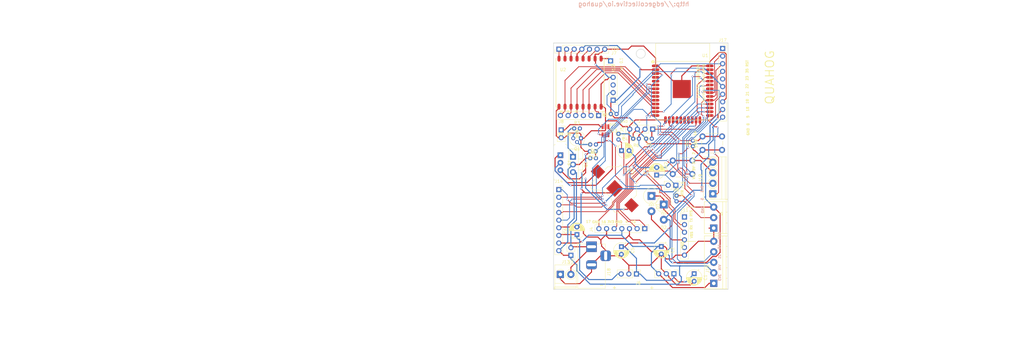
<source format=kicad_pcb>
(kicad_pcb (version 20171130) (host pcbnew 5.0.2-bee76a0~70~ubuntu18.04.1)
  (layers (0 F.Cu signal) (31 B.Cu signal) (34 B.Paste user) (35 F.Paste user) (36 B.SilkS user) (37 F.SilkS user) (38 B.Mask user) (39 F.Mask user) (44 Edge.Cuts user))
  (net 0 "")
  (net 1 VIN)
  (net 2 RESET)
  (net 3 GND)
  (net 4 0)
  (net 5 +5V)
  (net 6 "Net-(J7-Pad1)")
  (net 7 25)
  (net 8 26)
  (net 9 "Net-(Q1-Pad2)")
  (net 10 +3V3)
  (net 11 32)
  (net 12 33)
  (net 13 27)
  (net 14 DIO2)
  (net 15 DIO1)
  (net 16 DIO0)
  (net 17 DIO4)
  (net 18 DIO3)
  (net 19 DIO5)
  (net 20 17)
  (net 21 16)
  (net 22 4)
  (net 23 15)
  (net 24 13)
  (net 25 34)
  (net 26 35)
  (net 27 RX0)
  (net 28 TX0)
  (net 29 22)
  (net 30 21)
  (net 31 19)
  (net 32 "Net-(C1-Pad1)")
  (net 33 VBUS)
  (net 34 12)
  (net 35 5:onewire)
  (net 36 18:DHT22)
  (net 37 14:SCL)
  (net 38 2:SDA)
  (net 39 "Net-(BT1-Pad1)")
  (net 40 V_SWITCH)
  (net 41 "Net-(J8-Pad1)")
  (net 42 23)
  (net 43 "Net-(Q1-Pad3)")
  (net 44 "Net-(Q2-Pad1)")
  (net 45 "Net-(S1-Pad2)")
  (net 46 "Net-(J16-Pad2)")
  (module Connector_PinSocket_2.54mm:PinSocket_1x10_P2.54mm_Vertical (layer F.Cu) (at 56.21 1.81)
    (fp_text reference J17 (at 0 -2.77) (layer F.SilkS))
    (fp_text value Conn_01x10_Female)
    (pad 1 thru_hole rect (at 0 0) (size 1.7 1.7) (drill 1) (layers *.Cu *.Mask) (net 30 21))
    (pad 2 thru_hole oval (at 0 2.54) (size 1.7 1.7) (drill 1) (layers *.Cu *.Mask) (net 31 19))
    (pad 3 thru_hole oval (at 0 5.08) (size 1.7 1.7) (drill 1) (layers *.Cu *.Mask) (net 36 18:DHT22))
    (pad 4 thru_hole oval (at 0 7.62) (size 1.7 1.7) (drill 1) (layers *.Cu *.Mask) (net 35 5:onewire))
    (pad 5 thru_hole oval (at 0 10.16) (size 1.7 1.7) (drill 1) (layers *.Cu *.Mask) (net 4 0))
    (pad 6 thru_hole oval (at 0 12.7) (size 1.7 1.7) (drill 1) (layers *.Cu *.Mask) (net 37 14:SCL))
    (pad 7 thru_hole oval (at 0 15.24) (size 1.7 1.7) (drill 1) (layers *.Cu *.Mask) (net 38 2:SDA))
    (pad 8 thru_hole oval (at 0 17.78) (size 1.7 1.7) (drill 1) (layers *.Cu *.Mask) (net 3 GND))
    (pad 9 thru_hole oval (at 0 20.32) (size 1.7 1.7) (drill 1) (layers *.Cu *.Mask) (net 10 +3V3))
    (pad 10 thru_hole oval (at 0 22.86) (size 1.7 1.7) (drill 1) (layers *.Cu *.Mask) (net 40 V_SWITCH))
  )
  (module Buttons_Switches_THT:SW_PUSH_6mm (layer F.Cu) (at 39.624 39.116)
    (fp_text reference SW2 (at -2.25044 2.0066 -270) (layer F.SilkS))
    (fp_text value SW_Push)
    (pad 2 thru_hole circle (at 0 4.5 90) (size 2 2) (drill 1.1) (layers *.Cu *.Mask) (net 4 0))
    (pad 1 thru_hole circle (at 0 0 90) (size 2 2) (drill 1.1) (layers *.Cu *.Mask) (net 3 GND))
    (pad 2 thru_hole circle (at 6.5 4.5 90) (size 2 2) (drill 1.1) (layers *.Cu *.Mask) (net 4 0))
    (pad 1 thru_hole circle (at 6.5 0 90) (size 2 2) (drill 1.1) (layers *.Cu *.Mask) (net 3 GND))
  )
  (module Buttons_Switches_THT:SW_PUSH_6mm (layer F.Cu) (at 56.025 35.6 180)
    (fp_text reference SW1 (at 8.64804 2.11328 270) (layer F.SilkS))
    (fp_text value SW_Push)
    (pad 2 thru_hole circle (at 0 4.5 270) (size 2 2) (drill 1.1) (layers *.Cu *.Mask) (net 2 RESET))
    (pad 1 thru_hole circle (at 0 0 270) (size 2 2) (drill 1.1) (layers *.Cu *.Mask) (net 3 GND))
    (pad 2 thru_hole circle (at 6.5 4.5 270) (size 2 2) (drill 1.1) (layers *.Cu *.Mask) (net 2 RESET))
    (pad 1 thru_hole circle (at 6.5 0 270) (size 2 2) (drill 1.1) (layers *.Cu *.Mask) (net 3 GND))
  )
  (module Capacitor_THT:CP_Radial_D5.0mm_P2.50mm (layer F.Cu) (at 22.55 67.825 270)
    (fp_text reference C5 (at 1.25 -3.75 270) (layer F.SilkS))
    (fp_text value 10uF)
    (pad 2 thru_hole circle (at 2.5 0 270) (size 1.6 1.6) (drill 0.8) (layers *.Cu *.Mask) (net 3 GND))
    (pad 1 thru_hole rect (at 0 0 270) (size 1.6 1.6) (drill 0.8) (layers *.Cu *.Mask) (net 32 "Net-(C1-Pad1)"))
  )
  (module Capacitor_THT:CP_Radial_D5.0mm_P2.50mm (layer F.Cu) (at 7.775 63.75 90)
    (fp_text reference C6 (at 1.25 -3.75 90) (layer F.SilkS))
    (fp_text value 22uF)
    (pad 1 thru_hole rect (at 0 0 90) (size 1.6 1.6) (drill 0.8) (layers *.Cu *.Mask) (net 5 +5V))
    (pad 2 thru_hole circle (at 2.5 0 90) (size 1.6 1.6) (drill 0.8) (layers *.Cu *.Mask) (net 3 GND))
  )
  (module Pin_Headers:Pin_Header_Straight_1x03_Pitch2.54mm (layer F.Cu) (at 27.575 76.875 270)
    (fp_text reference J6 (at 2.96672 -0.56896) (layer F.SilkS))
    (fp_text value REG:5V)
    (pad 1 thru_hole rect (at 0 0 270) (size 1.7 1.7) (drill 1) (layers *.Cu *.Mask) (net 32 "Net-(C1-Pad1)"))
    (pad 2 thru_hole oval (at 0 2.54 270) (size 1.7 1.7) (drill 1) (layers *.Cu *.Mask) (net 3 GND))
    (pad 3 thru_hole oval (at 0 5.08 270) (size 1.7 1.7) (drill 1) (layers *.Cu *.Mask) (net 5 +5V))
  )
  (module Pin_Headers:Pin_Header_Straight_1x04_Pitch2.54mm (layer F.Cu) (at 32.955 28.685 270)
    (fp_text reference J5 (at 0.1016 10.22096 270) (layer F.SilkS))
    (fp_text value i2c-a)
    (pad 1 thru_hole rect (at 0 0 270) (size 1.7 1.7) (drill 1) (layers *.Cu *.Mask) (net 38 2:SDA))
    (pad 2 thru_hole oval (at 0 2.54 270) (size 1.7 1.7) (drill 1) (layers *.Cu *.Mask) (net 37 14:SCL))
    (pad 3 thru_hole oval (at 0 5.08 270) (size 1.7 1.7) (drill 1) (layers *.Cu *.Mask) (net 10 +3V3))
    (pad 4 thru_hole oval (at 0 7.62 270) (size 1.7 1.7) (drill 1) (layers *.Cu *.Mask) (net 3 GND))
  )
  (module Diodes_THT:D_DO-201_P5.08mm_Vertical_AnodeUp (layer F.Cu) (at 32.55 50.925 270)
    (fp_text reference D1 (at 3.4036 -2.1336 270) (layer F.SilkS))
    (fp_text value D)
    (pad 1 thru_hole rect (at 0 0 270) (size 2.6 2.6) (drill 1.3) (layers *.Cu *.Mask) (net 32 "Net-(C1-Pad1)"))
    (pad 2 thru_hole oval (at 5.08 0 270) (size 2.6 2.6) (drill 1.3) (layers *.Cu *.Mask) (net 33 VBUS))
  )
  (module zom:ESP32-WROOM (layer F.Cu) (at 42.926 12.87 180)
    (fp_text reference U1 (at -7.493 8.71728 180) (layer F.SilkS))
    (fp_text value ESP32-WROOM)
    (fp_text user "Espressif Systems" (at -6.858 -0.889 270) (layer F.SilkS))
    (fp_text user ESP32-WROOM (at -5.207 0.254 270) (layer F.SilkS))
    (pad 38 smd oval (at -9 5.25 180) (size 2.5 0.9) (layers F.Cu F.Paste F.Mask) (net 3 GND))
    (pad 37 smd oval (at -9 3.98 180) (size 2.5 0.9) (layers F.Cu F.Paste F.Mask) (net 42 23))
    (pad 36 smd oval (at -9 2.71 180) (size 2.5 0.9) (layers F.Cu F.Paste F.Mask) (net 29 22))
    (pad 35 smd oval (at -9 1.44 180) (size 2.5 0.9) (layers F.Cu F.Paste F.Mask) (net 28 TX0))
    (pad 34 smd oval (at -9 0.17 180) (size 2.5 0.9) (layers F.Cu F.Paste F.Mask) (net 27 RX0))
    (pad 33 smd oval (at -9 -1.1 180) (size 2.5 0.9) (layers F.Cu F.Paste F.Mask) (net 30 21))
    (pad 32 smd oval (at -9 -2.37 180) (size 2.5 0.9) (layers F.Cu F.Paste F.Mask))
    (pad 31 smd oval (at -9 -3.64 180) (size 2.5 0.9) (layers F.Cu F.Paste F.Mask) (net 31 19))
    (pad 30 smd oval (at -9 -4.91 180) (size 2.5 0.9) (layers F.Cu F.Paste F.Mask) (net 36 18:DHT22))
    (pad 29 smd oval (at -9 -6.18 180) (size 2.5 0.9) (layers F.Cu F.Paste F.Mask) (net 35 5:onewire))
    (pad 28 smd oval (at -9 -7.45 180) (size 2.5 0.9) (layers F.Cu F.Paste F.Mask) (net 20 17))
    (pad 27 smd oval (at -9 -8.72 180) (size 2.5 0.9) (layers F.Cu F.Paste F.Mask) (net 21 16))
    (pad 26 smd oval (at -9 -9.99 180) (size 2.5 0.9) (layers F.Cu F.Paste F.Mask) (net 22 4))
    (pad 25 smd oval (at -9 -11.26 180) (size 2.5 0.9) (layers F.Cu F.Paste F.Mask) (net 4 0))
    (pad 24 smd oval (at -5.715 -12.75 180) (size 0.9 2.5) (layers F.Cu F.Paste F.Mask) (net 38 2:SDA))
    (pad 23 smd oval (at -4.445 -12.75 180) (size 0.9 2.5) (layers F.Cu F.Paste F.Mask) (net 23 15))
    (pad 22 smd oval (at -3.175 -12.75 180) (size 0.9 2.5) (layers F.Cu F.Paste F.Mask))
    (pad 21 smd oval (at -1.905 -12.75 180) (size 0.9 2.5) (layers F.Cu F.Paste F.Mask))
    (pad 20 smd oval (at -0.635 -12.75 180) (size 0.9 2.5) (layers F.Cu F.Paste F.Mask))
    (pad 19 smd oval (at 0.635 -12.75 180) (size 0.9 2.5) (layers F.Cu F.Paste F.Mask))
    (pad 18 smd oval (at 1.905 -12.75 180) (size 0.9 2.5) (layers F.Cu F.Paste F.Mask))
    (pad 17 smd oval (at 3.175 -12.75 180) (size 0.9 2.5) (layers F.Cu F.Paste F.Mask))
    (pad 16 smd oval (at 4.445 -12.75 180) (size 0.9 2.5) (layers F.Cu F.Paste F.Mask) (net 24 13))
    (pad 15 smd oval (at 5.715 -12.75 180) (size 0.9 2.5) (layers F.Cu F.Paste F.Mask) (net 3 GND))
    (pad 14 smd oval (at 9 -11.26 180) (size 2.5 0.9) (layers F.Cu F.Paste F.Mask) (net 34 12))
    (pad 13 smd oval (at 9 -9.99 180) (size 2.5 0.9) (layers F.Cu F.Paste F.Mask) (net 37 14:SCL))
    (pad 12 smd oval (at 9 -8.72 180) (size 2.5 0.9) (layers F.Cu F.Paste F.Mask) (net 13 27))
    (pad 11 smd oval (at 9 -7.45 180) (size 2.5 0.9) (layers F.Cu F.Paste F.Mask) (net 8 26))
    (pad 10 smd oval (at 9 -6.18 180) (size 2.5 0.9) (layers F.Cu F.Paste F.Mask) (net 7 25))
    (pad 9 smd oval (at 9 -4.91 180) (size 2.5 0.9) (layers F.Cu F.Paste F.Mask) (net 12 33))
    (pad 8 smd oval (at 9 -3.64 180) (size 2.5 0.9) (layers F.Cu F.Paste F.Mask) (net 11 32))
    (pad 7 smd oval (at 9 -2.37 180) (size 2.5 0.9) (layers F.Cu F.Paste F.Mask) (net 26 35))
    (pad 6 smd oval (at 9 -1.1 180) (size 2.5 0.9) (layers F.Cu F.Paste F.Mask) (net 25 34))
    (pad 5 smd oval (at 9 0.17 180) (size 2.5 0.9) (layers F.Cu F.Paste F.Mask))
    (pad 4 smd oval (at 9 1.44 180) (size 2.5 0.9) (layers F.Cu F.Paste F.Mask))
    (pad 3 smd oval (at 9 2.71 180) (size 2.5 0.9) (layers F.Cu F.Paste F.Mask) (net 2 RESET))
    (pad 2 smd oval (at 9 3.98 180) (size 2.5 0.9) (layers F.Cu F.Paste F.Mask) (net 10 +3V3))
    (pad 1 smd oval (at 9 5.25 180) (size 2.5 0.9) (layers F.Cu F.Paste F.Mask) (net 3 GND))
    (pad 39 smd rect (at 0.3 -2.45 180) (size 6 6) (layers F.Cu F.Paste F.Mask) (net 3 GND))
  )
  (module TerminalBlocks_Phoenix:TerminalBlock_Phoenix_PT-3.5mm_3pol (layer F.Cu) (at 53.24 61.62 90)
    (fp_text reference J9 (at 4.71932 2.30604 180) (layer F.SilkS))
    (fp_text value 1wire)
    (pad 2 thru_hole circle (at 3.5 0 90) (size 2.4 2.4) (drill 1.2) (layers *.Cu *.Mask) (net 35 5:onewire))
    (pad 3 thru_hole circle (at 7 0 90) (size 2.4 2.4) (drill 1.2) (layers *.Cu *.Mask) (net 10 +3V3))
    (pad 1 thru_hole rect (at 0 0 90) (size 2.4 2.4) (drill 1.2) (layers *.Cu *.Mask) (net 3 GND))
  )
  (module Resistors_THT:R_Axial_DIN0204_L3.6mm_D1.6mm_P1.90mm_Vertical (layer F.Cu) (at 19.05 23.622)
    (fp_text reference R7 (at -2.0574 -0.11684 -270) (layer F.SilkS))
    (fp_text value 4.7K)
    (pad 1 thru_hole circle (at 0 0) (size 1.4 1.4) (drill 0.7) (layers *.Cu *.Mask) (net 10 +3V3))
    (pad 2 thru_hole oval (at 1.9 0) (size 1.4 1.4) (drill 0.7) (layers *.Cu *.Mask) (net 36 18:DHT22))
  )
  (module zom:RFM95 (layer F.Cu) (at 1.81 21.19 90)
    (fp_text reference U2 (at 12.32916 1.3462 180) (layer F.SilkS))
    (fp_text value RFM95HW)
    (pad 1 smd oval (at 0 0 90) (size 2 1) (layers F.Cu F.Paste F.Mask) (net 3 GND))
    (pad 2 smd oval (at 0 2 90) (size 2 1) (layers F.Cu F.Paste F.Mask) (net 11 32))
    (pad 3 smd oval (at 0 4 90) (size 2 1) (layers F.Cu F.Paste F.Mask) (net 12 33))
    (pad 4 smd oval (at 0 6 90) (size 2 1) (layers F.Cu F.Paste F.Mask) (net 7 25))
    (pad 5 smd oval (at 0 8 90) (size 2 1) (layers F.Cu F.Paste F.Mask) (net 8 26))
    (pad 6 smd oval (at 0 10 90) (size 2 1) (layers F.Cu F.Paste F.Mask) (net 13 27))
    (pad 7 smd oval (at 0 12 90) (size 2 1) (layers F.Cu F.Paste F.Mask) (net 19 DIO5))
    (pad 8 smd oval (at 0 14 90) (size 2 1) (layers F.Cu F.Paste F.Mask) (net 3 GND))
    (pad 9 smd oval (at 16 14 90) (size 2 1) (layers F.Cu F.Paste F.Mask) (net 6 "Net-(J7-Pad1)"))
    (pad 10 smd oval (at 16 12 90) (size 2 1) (layers F.Cu F.Paste F.Mask) (net 3 GND))
    (pad 11 smd oval (at 16 10 90) (size 2 1) (layers F.Cu F.Paste F.Mask) (net 18 DIO3))
    (pad 12 smd oval (at 16 8 90) (size 2 1) (layers F.Cu F.Paste F.Mask) (net 17 DIO4))
    (pad 13 smd oval (at 16 6 90) (size 2 1) (layers F.Cu F.Paste F.Mask) (net 10 +3V3))
    (pad 14 smd oval (at 16 4 90) (size 2 1) (layers F.Cu F.Paste F.Mask) (net 16 DIO0))
    (pad 15 smd oval (at 16 2 90) (size 2 1) (layers F.Cu F.Paste F.Mask) (net 15 DIO1))
    (pad 16 smd oval (at 16 0 90) (size 2 1) (layers F.Cu F.Paste F.Mask) (net 14 DIO2))
  )
  (module Pin_Headers:Pin_Header_Straight_1x07_Pitch2.54mm (layer F.Cu) (at 30.325 61.8 270)
    (fp_text reference J4 (at 0.3048 17.7292 90) (layer F.SilkS))
    (fp_text value sdcard)
    (pad 7 thru_hole oval (at 0 15.24 270) (size 1.7 1.7) (drill 1) (layers *.Cu *.Mask) (net 20 17))
    (pad 6 thru_hole oval (at 0 12.7 270) (size 1.7 1.7) (drill 1) (layers *.Cu *.Mask) (net 3 GND))
    (pad 5 thru_hole oval (at 0 10.16 270) (size 1.7 1.7) (drill 1) (layers *.Cu *.Mask) (net 21 16))
    (pad 4 thru_hole oval (at 0 7.62 270) (size 1.7 1.7) (drill 1) (layers *.Cu *.Mask) (net 10 +3V3))
    (pad 3 thru_hole oval (at 0 5.08 270) (size 1.7 1.7) (drill 1) (layers *.Cu *.Mask) (net 3 GND))
    (pad 2 thru_hole oval (at 0 2.54 270) (size 1.7 1.7) (drill 1) (layers *.Cu *.Mask) (net 22 4))
    (pad 1 thru_hole rect (at 0 0 270) (size 1.7 1.7) (drill 1) (layers *.Cu *.Mask) (net 23 15))
  )
  (module Pin_Headers:Pin_Header_Straight_1x01_Pitch2.54mm (layer F.Cu) (at 18.955 5.95)
    (fp_text reference J7 (at 1.13284 -2.60096) (layer F.SilkS))
    (fp_text value ANT)
    (pad 1 thru_hole rect (at 0 0) (size 1.7 1.7) (drill 1) (layers *.Cu *.Mask) (net 6 "Net-(J7-Pad1)"))
  )
  (module Pin_Headers:Pin_Header_Straight_1x04_Pitch2.54mm (layer F.Cu) (at 19.812 19.05 180)
    (fp_text reference J12 (at -0.1238 10.47496 -90) (layer F.SilkS))
    (fp_text value dht22)
    (pad 1 thru_hole rect (at 0 0 180) (size 1.7 1.7) (drill 1) (layers *.Cu *.Mask) (net 10 +3V3))
    (pad 2 thru_hole oval (at 0 2.54 180) (size 1.7 1.7) (drill 1) (layers *.Cu *.Mask) (net 36 18:DHT22))
    (pad 3 thru_hole oval (at 0 5.08 180) (size 1.7 1.7) (drill 1) (layers *.Cu *.Mask))
    (pad 4 thru_hole oval (at 0 7.62 180) (size 1.7 1.7) (drill 1) (layers *.Cu *.Mask) (net 3 GND))
  )
  (module Resistors_THT:R_Axial_DIN0204_L3.6mm_D1.6mm_P1.90mm_Vertical (layer F.Cu) (at 46.325 34.375 90)
    (fp_text reference R1 (at 0.95 -1.86 90) (layer F.SilkS))
    (fp_text value 10K)
    (pad 1 thru_hole circle (at 0 0 90) (size 1.4 1.4) (drill 0.7) (layers *.Cu *.Mask) (net 10 +3V3))
    (pad 2 thru_hole oval (at 1.9 0 90) (size 1.4 1.4) (drill 0.7) (layers *.Cu *.Mask) (net 2 RESET))
  )
  (module Resistors_THT:R_Axial_DIN0204_L3.6mm_D1.6mm_P1.90mm_Vertical (layer F.Cu) (at 21.59 30.226 270)
    (fp_text reference R4 (at 0.95 -1.86 270) (layer F.SilkS))
    (fp_text value 10K)
    (pad 1 thru_hole circle (at 0 0 270) (size 1.4 1.4) (drill 0.7) (layers *.Cu *.Mask) (net 10 +3V3))
    (pad 2 thru_hole oval (at 1.9 0 270) (size 1.4 1.4) (drill 0.7) (layers *.Cu *.Mask) (net 4 0))
  )
  (module Resistors_THT:R_Axial_DIN0204_L3.6mm_D1.6mm_P1.90mm_Vertical (layer F.Cu) (at 30.765 31.845)
    (fp_text reference R5 (at 0.94996 1.97104) (layer F.SilkS))
    (fp_text value 4.7K)
    (pad 1 thru_hole circle (at 0 0) (size 1.4 1.4) (drill 0.7) (layers *.Cu *.Mask) (net 10 +3V3))
    (pad 2 thru_hole oval (at 1.9 0) (size 1.4 1.4) (drill 0.7) (layers *.Cu *.Mask) (net 38 2:SDA))
  )
  (module Resistors_THT:R_Axial_DIN0204_L3.6mm_D1.6mm_P1.90mm_Vertical (layer F.Cu) (at 26.471 31.855)
    (fp_text reference R6 (at 1.016 2.23012) (layer F.SilkS))
    (fp_text value 4.7K)
    (pad 1 thru_hole circle (at 0 0) (size 1.4 1.4) (drill 0.7) (layers *.Cu *.Mask) (net 10 +3V3))
    (pad 2 thru_hole oval (at 1.9 0) (size 1.4 1.4) (drill 0.7) (layers *.Cu *.Mask) (net 37 14:SCL))
  )
  (module Socket_Strips:Socket_Strip_Straight_1x03_Pitch2.54mm (layer F.Cu) (at 40.025 76.8 270)
    (fp_text reference J1 (at 2.56032 -1.0414) (layer F.SilkS))
    (fp_text value REG:3V3)
    (pad 1 thru_hole rect (at 0 0 270) (size 1.7 1.7) (drill 1) (layers *.Cu *.Mask) (net 32 "Net-(C1-Pad1)"))
    (pad 2 thru_hole oval (at 0 2.54 270) (size 1.7 1.7) (drill 1) (layers *.Cu *.Mask) (net 3 GND))
    (pad 3 thru_hole oval (at 0 5.08 270) (size 1.7 1.7) (drill 1) (layers *.Cu *.Mask) (net 10 +3V3))
  )
  (module Resistors_THT:R_Axial_DIN0204_L3.6mm_D1.6mm_P1.90mm_Vertical (layer F.Cu) (at 40.894 50.8 270)
    (fp_text reference R8 (at -1.86436 0.13208) (layer F.SilkS))
    (fp_text value R)
    (pad 1 thru_hole circle (at 0 0 270) (size 1.4 1.4) (drill 0.7) (layers *.Cu *.Mask) (net 10 +3V3))
    (pad 2 thru_hole oval (at 1.9 0 270) (size 1.4 1.4) (drill 0.7) (layers *.Cu *.Mask) (net 35 5:onewire))
  )
  (module Diodes_THT:D_DO-201_P5.08mm_Vertical_AnodeUp (layer F.Cu) (at 36.65 53.75 270)
    (fp_text reference D2 (at 7.6454 0.02032) (layer F.SilkS))
    (fp_text value D)
    (pad 1 thru_hole rect (at 0 0 270) (size 2.6 2.6) (drill 1.3) (layers *.Cu *.Mask) (net 32 "Net-(C1-Pad1)"))
    (pad 2 thru_hole oval (at 5.08 0 270) (size 2.6 2.6) (drill 1.3) (layers *.Cu *.Mask) (net 40 V_SWITCH))
  )
  (module Pin_Headers:Pin_Header_Straight_1x07_Pitch2.54mm (layer F.Cu) (at 1.79 2.06 90)
    (fp_text reference J10 (at 0.1778 18.61566 180) (layer F.SilkS))
    (fp_text value Conn_01x07)
    (pad 1 thru_hole rect (at 0 0 90) (size 1.7 1.7) (drill 1) (layers *.Cu *.Mask) (net 14 DIO2))
    (pad 2 thru_hole oval (at 0 2.54 90) (size 1.7 1.7) (drill 1) (layers *.Cu *.Mask) (net 15 DIO1))
    (pad 3 thru_hole oval (at 0 5.08 90) (size 1.7 1.7) (drill 1) (layers *.Cu *.Mask) (net 16 DIO0))
    (pad 4 thru_hole oval (at 0 7.62 90) (size 1.7 1.7) (drill 1) (layers *.Cu *.Mask) (net 10 +3V3))
    (pad 5 thru_hole oval (at 0 10.16 90) (size 1.7 1.7) (drill 1) (layers *.Cu *.Mask) (net 17 DIO4))
    (pad 6 thru_hole oval (at 0 12.7 90) (size 1.7 1.7) (drill 1) (layers *.Cu *.Mask) (net 18 DIO3))
    (pad 7 thru_hole oval (at 0 15.24 90) (size 1.7 1.7) (drill 1) (layers *.Cu *.Mask) (net 3 GND))
  )
  (module TerminalBlocks_Phoenix:TerminalBlock_Phoenix_PT-3.5mm_5pol (layer F.Cu) (at 53.26 80 90)
    (fp_text reference J15 (at 4.8006 -2.05486 270) (layer F.SilkS))
    (fp_text value Conn_01x05)
    (pad 2 thru_hole circle (at 3.5 0 90) (size 2.4 2.4) (drill 1.2) (layers *.Cu *.Mask) (net 40 V_SWITCH))
    (pad 1 thru_hole rect (at 0 0 90) (size 2.4 2.4) (drill 1.2) (layers *.Cu *.Mask) (net 10 +3V3))
    (pad 3 thru_hole circle (at 7 0 90) (size 2.4 2.4) (drill 1.2) (layers *.Cu *.Mask) (net 30 21))
    (pad 4 thru_hole circle (at 10.5 0 90) (size 2.4 2.4) (drill 1.2) (layers *.Cu *.Mask) (net 31 19))
    (pad 5 thru_hole circle (at 14 0 90) (size 2.4 2.4) (drill 1.2) (layers *.Cu *.Mask) (net 3 GND))
  )
  (module Connector_PinHeader_2.54mm:PinHeader_1x02_P2.54mm_Vertical (layer F.Cu) (at 5.775 70.675 180)
    (fp_text reference J2 (at 0 -2.33 180) (layer F.SilkS))
    (fp_text value Conn_01x02_Male)
    (pad 1 thru_hole rect (at 0 0 180) (size 1.7 1.7) (drill 1) (layers *.Cu *.Mask) (net 40 V_SWITCH))
    (pad 2 thru_hole oval (at 0 2.54 180) (size 1.7 1.7) (drill 1) (layers *.Cu *.Mask) (net 1 VIN))
  )
  (module Connector_PinHeader_2.54mm:PinHeader_1x06_P2.54mm_Vertical (layer F.Cu) (at 43.525 57.912)
    (fp_text reference J11 (at 0 -2.33) (layer F.SilkS))
    (fp_text value Conn_01x06_Male)
    (pad 1 thru_hole rect (at 0 0) (size 1.7 1.7) (drill 1) (layers *.Cu *.Mask))
    (pad 2 thru_hole oval (at 0 2.54) (size 1.7 1.7) (drill 1) (layers *.Cu *.Mask) (net 28 TX0))
    (pad 3 thru_hole oval (at 0 5.08) (size 1.7 1.7) (drill 1) (layers *.Cu *.Mask) (net 27 RX0))
    (pad 4 thru_hole oval (at 0 7.62) (size 1.7 1.7) (drill 1) (layers *.Cu *.Mask) (net 33 VBUS))
    (pad 5 thru_hole oval (at 0 10.16) (size 1.7 1.7) (drill 1) (layers *.Cu *.Mask))
    (pad 6 thru_hole oval (at 0 12.7) (size 1.7 1.7) (drill 1) (layers *.Cu *.Mask) (net 3 GND))
  )
  (module TerminalBlock_Phoenix:TerminalBlock_Phoenix_PT-1,5-2-3.5-H_1x02_P3.50mm_Horizontal (layer F.Cu) (at 2.275 77.025)
    (fp_text reference J13 (at 1.75 -4.16) (layer F.SilkS))
    (fp_text value Screw_Terminal_01x02)
    (pad 1 thru_hole rect (at 0 0) (size 2.4 2.4) (drill 1.2) (layers *.Cu *.Mask) (net 3 GND))
    (pad 2 thru_hole circle (at 3.5 0) (size 2.4 2.4) (drill 1.2) (layers *.Cu *.Mask) (net 1 VIN))
  )
  (module Package_TO_SOT_THT:TO-92 (layer F.Cu) (at 9.1 31.7 180)
    (fp_text reference Q1 (at 1.27 -3.56 180) (layer F.SilkS))
    (fp_text value Q_NPN_EBC)
    (pad 2 thru_hole circle (at 1.27 -1.27 270) (size 1.3 1.3) (drill 0.75) (layers *.Cu *.Mask) (net 9 "Net-(Q1-Pad2)"))
    (pad 3 thru_hole circle (at 2.54 0 270) (size 1.3 1.3) (drill 0.75) (layers *.Cu *.Mask) (net 43 "Net-(Q1-Pad3)"))
    (pad 1 thru_hole rect (at 0 0 270) (size 1.3 1.3) (drill 0.75) (layers *.Cu *.Mask) (net 3 GND))
  )
  (module Package_TO_SOT_THT:TO-220-3_Vertical (layer F.Cu) (at 6.475 37.9 270)
    (fp_text reference Q2 (at 2.54 -4.27 270) (layer F.SilkS))
    (fp_text value Q_PNP_BCE)
    (pad 1 thru_hole rect (at 0 0 270) (size 1.905 2) (drill 1.1) (layers *.Cu *.Mask) (net 44 "Net-(Q2-Pad1)"))
    (pad 2 thru_hole oval (at 2.54 0 270) (size 1.905 2) (drill 1.1) (layers *.Cu *.Mask) (net 40 V_SWITCH))
    (pad 3 thru_hole oval (at 5.08 0 270) (size 1.905 2) (drill 1.1) (layers *.Cu *.Mask) (net 1 VIN))
  )
  (module Resistor_THT:R_Axial_DIN0204_L3.6mm_D1.6mm_P1.90mm_Vertical (layer F.Cu) (at 12.192 33.782)
    (fp_text reference R2 (at 0.8636 2.2098 -270) (layer F.SilkS))
    (fp_text value 1K)
    (pad 1 thru_hole circle (at 0 0) (size 1.4 1.4) (drill 0.7) (layers *.Cu *.Mask) (net 9 "Net-(Q1-Pad2)"))
    (pad 2 thru_hole oval (at 1.9 0) (size 1.4 1.4) (drill 0.7) (layers *.Cu *.Mask) (net 46 "Net-(J16-Pad2)"))
  )
  (module Resistor_THT:R_Axial_DIN0204_L3.6mm_D1.6mm_P1.90mm_Vertical (layer F.Cu) (at 6.858 28.448)
    (fp_text reference R3 (at 0.95 -1.86) (layer F.SilkS))
    (fp_text value "50 ohms")
    (pad 2 thru_hole oval (at 1.9 0) (size 1.4 1.4) (drill 0.7) (layers *.Cu *.Mask) (net 43 "Net-(Q1-Pad3)"))
    (pad 1 thru_hole circle (at 0 0) (size 1.4 1.4) (drill 0.7) (layers *.Cu *.Mask) (net 44 "Net-(Q2-Pad1)"))
  )
  (module Package_TO_SOT_SMD:SOT-23-6_Handsoldering (layer F.Cu) (at 17.272 29.21 270)
    (fp_text reference U3 (at 0 -2.9) (layer F.SilkS))
    (fp_text value TPL5111)
    (pad 1 smd rect (at -1.35 -0.95 270) (size 1.56 0.65) (layers F.Cu F.Paste F.Mask) (net 45 "Net-(S1-Pad2)"))
    (pad 2 smd rect (at -1.35 0 270) (size 1.56 0.65) (layers F.Cu F.Paste F.Mask) (net 3 GND))
    (pad 3 smd rect (at -1.35 0.95 270) (size 1.56 0.65) (layers F.Cu F.Paste F.Mask) (net 41 "Net-(J8-Pad1)"))
    (pad 4 smd rect (at 1.35 0.95 270) (size 1.56 0.65) (layers F.Cu F.Paste F.Mask) (net 29 22))
    (pad 6 smd rect (at 1.35 -0.95 270) (size 1.56 0.65) (layers F.Cu F.Paste F.Mask))
    (pad 5 smd rect (at 1.35 0 270) (size 1.56 0.65) (layers F.Cu F.Paste F.Mask) (net 46 "Net-(J16-Pad2)"))
  )
  (module digikey-footprints:Switch_Slide_11.6x4mm_EG1218 (layer F.Cu) (at 2.275 37.35 270)
    (fp_text reference S1 (at 2.49 -3.02 270) (layer F.SilkS))
    (fp_text value EG1218)
    (pad 1 thru_hole rect (at 0 0 270) (size 1.9 1.9) (drill 0.9) (layers *.Cu *.Mask) (net 39 "Net-(BT1-Pad1)"))
    (pad 2 thru_hole circle (at 2.5 0 270) (size 1.9 1.9) (drill 0.9) (layers *.Cu *.Mask) (net 45 "Net-(S1-Pad2)"))
    (pad 3 thru_hole circle (at 5 0 270) (size 1.9 1.9) (drill 0.9) (layers *.Cu *.Mask) (net 3 GND))
  )
  (module Battery:BatteryHolder_Keystone_3000_1x12mm (layer F.Cu) (at 20.35 48.4 315)
    (fp_text reference BT1 (at 0 -8 315) (layer F.SilkS))
    (fp_text value Battery_Cell)
    (pad 1 smd rect (at -7.900001 0 315) (size 3.5 3.3) (layers F.Cu F.Paste F.Mask) (net 39 "Net-(BT1-Pad1)"))
    (pad 1 smd rect (at 7.900001 0 315) (size 3.5 3.3) (layers F.Cu F.Paste F.Mask) (net 39 "Net-(BT1-Pad1)"))
    (pad 2 smd rect (at 0 0 315) (size 4 4) (layers F.Cu F.Mask) (net 3 GND))
  )
  (module Connector_BarrelJack:BarrelJack_Horizontal (layer F.Cu) (at 12.625 67.825 90)
    (fp_text reference J18 (at -8.45 5.75 90) (layer F.SilkS))
    (fp_text value Barrel_Jack_Switch)
    (pad 1 thru_hole rect (at 0 0 90) (size 3.5 3.5) (drill oval 1 3) (layers *.Cu *.Mask) (net 1 VIN))
    (pad 2 thru_hole roundrect (at -6 0 90) (size 3 3.5) (drill oval 1 3) (layers *.Cu *.Mask) (net 3 GND))
    (pad 3 thru_hole roundrect (at -3 4.7 90) (size 3.5 3.5) (drill oval 3 1) (layers *.Cu *.Mask) (net 3 GND))
  )
  (module Connector_PinHeader_2.54mm:PinHeader_1x06_P2.54mm_Vertical (layer F.Cu) (at 15 24.13 270)
    (fp_text reference J3 (at 0 -2.33 270) (layer F.SilkS))
    (fp_text value Conn_01x06_Female)
    (pad 1 thru_hole rect (at 0 0 270) (size 1.7 1.7) (drill 1) (layers *.Cu *.Mask) (net 19 DIO5))
    (pad 2 thru_hole oval (at 0 2.54 270) (size 1.7 1.7) (drill 1) (layers *.Cu *.Mask) (net 13 27))
    (pad 3 thru_hole oval (at 0 5.08 270) (size 1.7 1.7) (drill 1) (layers *.Cu *.Mask) (net 8 26))
    (pad 4 thru_hole oval (at 0 7.62 270) (size 1.7 1.7) (drill 1) (layers *.Cu *.Mask) (net 7 25))
    (pad 5 thru_hole oval (at 0 10.16 270) (size 1.7 1.7) (drill 1) (layers *.Cu *.Mask) (net 12 33))
    (pad 6 thru_hole oval (at 0 12.7 270) (size 1.7 1.7) (drill 1) (layers *.Cu *.Mask) (net 11 32))
  )
  (module Connector_PinHeader_2.54mm:PinHeader_1x02_P2.54mm_Vertical (layer F.Cu) (at 40.65 47.35 270)
    (fp_text reference J16 (at 0 -2.33 270) (layer F.SilkS))
    (fp_text value Conn_01x02_Male)
    (pad 1 thru_hole rect (at 0 0 270) (size 1.7 1.7) (drill 1) (layers *.Cu *.Mask) (net 2 RESET))
    (pad 2 thru_hole oval (at 0 2.54 270) (size 1.7 1.7) (drill 1) (layers *.Cu *.Mask) (net 46 "Net-(J16-Pad2)"))
  )
  (module TerminalBlock_Phoenix:TerminalBlock_Phoenix_PT-1,5-4-3.5-H_1x04_P3.50mm_Horizontal (layer F.Cu) (at 52.97 50.19 90)
    (fp_text reference J19 (at 5.25 -4.16 90) (layer F.SilkS))
    (fp_text value Screw_Terminal_01x04)
    (pad 1 thru_hole rect (at 0 0 90) (size 2.4 2.4) (drill 1.2) (layers *.Cu *.Mask) (net 38 2:SDA))
    (pad 2 thru_hole circle (at 3.5 0 90) (size 2.4 2.4) (drill 1.2) (layers *.Cu *.Mask) (net 37 14:SCL))
    (pad 3 thru_hole circle (at 7 0 90) (size 2.4 2.4) (drill 1.2) (layers *.Cu *.Mask) (net 3 GND))
    (pad 4 thru_hole circle (at 10.5 0 90) (size 2.4 2.4) (drill 1.2) (layers *.Cu *.Mask) (net 10 +3V3))
  )
  (module Capacitor_THT:CP_Radial_D5.0mm_P2.50mm (layer F.Cu) (at 46.75 76.8 270)
    (fp_text reference C1 (at 1.25 -3.75 270) (layer F.SilkS))
    (fp_text value 10uF)
    (pad 2 thru_hole circle (at 2.5 0 270) (size 1.6 1.6) (drill 0.8) (layers *.Cu *.Mask) (net 3 GND))
    (pad 1 thru_hole rect (at 0 0 270) (size 1.6 1.6) (drill 0.8) (layers *.Cu *.Mask) (net 32 "Net-(C1-Pad1)"))
  )
  (module Capacitor_THT:CP_Radial_D5.0mm_P2.50mm (layer F.Cu) (at 35.825 67.725 270)
    (fp_text reference C2 (at 1.25 -3.75 270) (layer F.SilkS))
    (fp_text value 22uF)
    (pad 1 thru_hole rect (at 0 0 270) (size 1.6 1.6) (drill 0.8) (layers *.Cu *.Mask) (net 10 +3V3))
    (pad 2 thru_hole circle (at 2.5 0 270) (size 1.6 1.6) (drill 0.8) (layers *.Cu *.Mask) (net 3 GND))
  )
  (module Capacitor_THT:CP_Radial_D5.0mm_P2.50mm (layer F.Cu) (at 34.29 43.942 90)
    (fp_text reference C3 (at 1.25 -3.75 90) (layer F.SilkS))
    (fp_text value 1uF)
    (pad 1 thru_hole rect (at 0 0 90) (size 1.6 1.6) (drill 0.8) (layers *.Cu *.Mask) (net 2 RESET))
    (pad 2 thru_hole circle (at 2.5 0 90) (size 1.6 1.6) (drill 0.8) (layers *.Cu *.Mask) (net 3 GND))
  )
  (module Capacitor_THT:CP_Radial_D5.0mm_P2.50mm (layer F.Cu) (at 22.606 35.814)
    (fp_text reference C4 (at 1.25 -3.75) (layer F.SilkS))
    (fp_text value 1uF)
    (pad 2 thru_hole circle (at 2.5 0) (size 1.6 1.6) (drill 0.8) (layers *.Cu *.Mask) (net 3 GND))
    (pad 1 thru_hole rect (at 0 0) (size 1.6 1.6) (drill 0.8) (layers *.Cu *.Mask) (net 4 0))
  )
  (module Connector_PinSocket_2.54mm:PinSocket_1x02_P2.54mm_Vertical (layer F.Cu) (at 2.54 28.956)
    (fp_text reference J8 (at 0 -2.77) (layer F.SilkS))
    (fp_text value Conn_01x02_Female)
    (pad 1 thru_hole rect (at 0 0) (size 1.7 1.7) (drill 1) (layers *.Cu *.Mask) (net 41 "Net-(J8-Pad1)"))
    (pad 2 thru_hole oval (at 0 2.54) (size 1.7 1.7) (drill 1) (layers *.Cu *.Mask) (net 3 GND))
  )
  (module Connector_PinSocket_2.54mm:PinSocket_1x09_P2.54mm_Vertical (layer F.Cu) (at 1.76 48.8)
    (fp_text reference J14 (at 0 -2.77) (layer F.SilkS))
    (fp_text value Conn_01x09_Female)
    (pad 1 thru_hole rect (at 0 0) (size 1.7 1.7) (drill 1) (layers *.Cu *.Mask) (net 2 RESET))
    (pad 2 thru_hole oval (at 0 2.54) (size 1.7 1.7) (drill 1) (layers *.Cu *.Mask) (net 42 23))
    (pad 3 thru_hole oval (at 0 5.08) (size 1.7 1.7) (drill 1) (layers *.Cu *.Mask) (net 26 35))
    (pad 4 thru_hole oval (at 0 7.62) (size 1.7 1.7) (drill 1) (layers *.Cu *.Mask) (net 24 13))
    (pad 5 thru_hole oval (at 0 10.16) (size 1.7 1.7) (drill 1) (layers *.Cu *.Mask) (net 34 12))
    (pad 6 thru_hole oval (at 0 12.7) (size 1.7 1.7) (drill 1) (layers *.Cu *.Mask) (net 3 GND))
    (pad 7 thru_hole oval (at 0 15.24) (size 1.7 1.7) (drill 1) (layers *.Cu *.Mask) (net 5 +5V))
    (pad 8 thru_hole oval (at 0 17.78) (size 1.7 1.7) (drill 1) (layers *.Cu *.Mask) (net 10 +3V3))
    (pad 9 thru_hole oval (at 0 20.32) (size 1.7 1.7) (drill 1) (layers *.Cu *.Mask) (net 40 V_SWITCH))
  )
  (module Resistor_THT:R_Axial_DIN0204_L3.6mm_D1.6mm_P1.90mm_Vertical (layer F.Cu) (at 12.192 38.354)
    (fp_text reference R9 (at 0.95 -1.92) (layer F.SilkS))
    (fp_text value R)
    (pad 2 thru_hole oval (at 1.9 0) (size 1.4 1.4) (drill 0.7) (layers *.Cu *.Mask) (net 25 34))
    (pad 1 thru_hole circle (at 0 0) (size 1.4 1.4) (drill 0.7) (layers *.Cu *.Mask) (net 40 V_SWITCH))
  )
  (module Resistor_THT:R_Axial_DIN0204_L3.6mm_D1.6mm_P1.90mm_Vertical (layer F.Cu) (at 13.97 36.068 180)
    (fp_text reference R10 (at 0.95 -1.92 180) (layer F.SilkS))
    (fp_text value R)
    (pad 1 thru_hole circle (at 0 0 180) (size 1.4 1.4) (drill 0.7) (layers *.Cu *.Mask) (net 25 34))
    (pad 2 thru_hole oval (at 1.9 0 180) (size 1.4 1.4) (drill 0.7) (layers *.Cu *.Mask) (net 3 GND))
  )
  (gr_line (start 47.05664 54.66104) (end 44.23724 54.66104) (angle 90) (layer F.SilkS) (width 0.2))
  (gr_text 27 (at 7.56564 22.80544) (layer F.SilkS) (effects (font (size 0.5 0.5) (thickness 0.125))))
  (gr_text DTR (at 42.81712 50.02568 90) (layer F.SilkS) (effects (font (size 0.8 0.8) (thickness 0.2))))
  (gr_text + (at 32.68508 81.42244) (layer F.SilkS) (effects (font (size 1.2 1.2) (thickness 0.2))))
  (gr_text + (at 20.24508 81.39644) (layer F.SilkS) (effects (font (size 1.2 1.2) (thickness 0.2))))
  (gr_text GND (at 42.895 67.26 90) (layer F.SilkS) (effects (font (size 0.8 0.8) (thickness 0.2))))
  (gr_line (start 43.18524 73.19768) (end 43.18524 73.1926) (angle 90) (layer F.SilkS) (width 0.2))
  (gr_line (start 44.16 66.035) (end 47.208 66.035) (angle 90) (layer F.SilkS) (width 0.2))
  (gr_text RTS (at 45.78824 56.69092 90) (layer F.SilkS) (effects (font (size 0.8 0.8) (thickness 0.2))))
  (gr_text TX (at 45.81872 58.9566 90) (layer F.SilkS) (effects (font (size 0.8 0.8) (thickness 0.2))))
  (gr_text VBS (at 45.89492 63.87912 90) (layer F.SilkS) (effects (font (size 0.8 0.8) (thickness 0.2))))
  (gr_text RX (at 45.80348 61.34928 90) (layer F.SilkS) (effects (font (size 0.8 0.8) (thickness 0.2))))
  (gr_line (start 58 82) (end 0 82) (layer Edge.Cuts) (width 0.15))
  (gr_line (start 58 0) (end 58 82) (layer Edge.Cuts) (width 0.15))
  (gr_line (start 0 0) (end 0 82) (layer Edge.Cuts) (width 0.15))
  (gr_line (start 0 0) (end 58 0) (layer Edge.Cuts) (width 0.2))
  (gr_circle (center 29 3.556) (end 30.521941 3.556) (layer Edge.Cuts) (width 0.15))
  (gr_text 2 (at 28.61628 26.15352) (layer F.SilkS) (effects (font (size 0.8 0.8) (thickness 0.125))))
  (gr_text 14 (at 25.98992 26.14336) (layer F.SilkS) (effects (font (size 0.8 0.8) (thickness 0.125))))
  (gr_text GND (at 23.47024 26.17384) (layer F.SilkS) (effects (font (size 0.8 0.8) (thickness 0.125))))
  (gr_text 3V3 (at 19.51888 27.13868) (layer F.SilkS) (effects (font (size 0.8 0.8) (thickness 0.125))))
  (gr_text 25 (at 4.84276 22.75972) (layer F.SilkS) (effects (font (size 0.5 0.5) (thickness 0.125))))
  (gr_text 32 (at 2.53644 22.841) (layer F.SilkS) (effects (font (size 0.5 0.5) (thickness 0.125))))
  (gr_text DIO5 (at 7.86536 30.29336 90) (layer F.SilkS) (effects (font (size 0.8 0.8) (thickness 0.2))))
  (gr_text 26 (at 5.05104 30.34416) (layer F.SilkS) (effects (font (size 0.8 0.8) (thickness 0.2))))
  (gr_text 33 (at 2.3942 30.3086) (layer F.SilkS) (effects (font (size 0.8 0.8) (thickness 0.2))))
  (gr_text 3V3 (at 49.42992 48.5712 90) (layer B.SilkS) (effects (font (size 0.8 0.8) (thickness 0.2)) (justify mirror)))
  (gr_text 5 (at 49.42484 51.93416 90) (layer B.SilkS) (effects (font (size 0.8 0.8) (thickness 0.2)) (justify mirror)))
  (gr_text GND (at 49.562 55.43936 90) (layer B.SilkS) (effects (font (size 0.8 0.8) (thickness 0.2)) (justify mirror)))
  (gr_text GND (at 55.202 64.08656 90) (layer B.SilkS) (effects (font (size 0.8 0.8) (thickness 0.2)) (justify mirror)))
  (gr_text 19 (at 55.1258 67.80512 90) (layer B.SilkS) (effects (font (size 0.8 0.8) (thickness 0.2)) (justify mirror)))
  (gr_text 21 (at 55.21724 71.09696 90) (layer B.SilkS) (effects (font (size 0.8 0.8) (thickness 0.2)) (justify mirror)))
  (gr_text VIN (at 55.24264 74.67328 90) (layer B.SilkS) (effects (font (size 0.8 0.8) (thickness 0.2)) (justify mirror)))
  (gr_text 3V3 (at 55.24772 78.06164 90) (layer B.SilkS) (effects (font (size 0.8 0.8) (thickness 0.2)) (justify mirror)))
  (gr_text - (at 15.95904 80.57068) (layer F.SilkS) (effects (font (size 1.2 1.2) (thickness 0.2))))
  (gr_text 15 (at 26.55148 59.49284) (layer F.SilkS) (effects (font (size 0.8 0.8) (thickness 0.2))))
  (gr_text 4 (at 24.26548 59.53856) (layer F.SilkS) (effects (font (size 0.8 0.8) (thickness 0.2))))
  (gr_text GND (at 21.66452 59.54872) (layer F.SilkS) (effects (font (size 0.8 0.8) (thickness 0.2))))
  (gr_text 3V3 (at 18.99752 59.53348) (layer F.SilkS) (effects (font (size 0.8 0.8) (thickness 0.2))))
  (gr_text 16 (at 16.6658 59.56396) (layer F.SilkS) (effects (font (size 0.8 0.8) (thickness 0.2))))
  (gr_text GND (at 14.05468 59.58428) (layer F.SilkS) (effects (font (size 0.8 0.8) (thickness 0.2))))
  (gr_text 17 (at 11.57872 59.4542) (layer F.SilkS) (effects (font (size 0.8 0.8) (thickness 0.2))))
  (gr_text RST (at 64.38988 6.78528 90) (layer F.SilkS) (effects (font (size 0.8 0.8) (thickness 0.2))))
  (gr_text 35 (at 64.33908 9.23892 90) (layer F.SilkS) (effects (font (size 0.8 0.8) (thickness 0.2))))
  (gr_text 23 (at 64.34924 11.7078 90) (layer F.SilkS) (effects (font (size 0.8 0.8) (thickness 0.2))))
  (gr_text 22 (at 64.334 14.37988 90) (layer F.SilkS) (effects (font (size 0.8 0.8) (thickness 0.2))))
  (gr_text 21 (at 64.45592 16.84876 90) (layer F.SilkS) (effects (font (size 0.8 0.8) (thickness 0.2))))
  (gr_text 19 (at 64.45592 19.40908 90) (layer F.SilkS) (effects (font (size 0.8 0.8) (thickness 0.2))))
  (gr_text 18 (at 64.54736 21.9694 90) (layer F.SilkS) (effects (font (size 0.8 0.8) (thickness 0.2))))
  (gr_text 5 (at 64.60324 24.51956 90) (layer F.SilkS) (effects (font (size 0.8 0.8) (thickness 0.2))))
  (gr_text 0 (at 64.66928 27.05956 90) (layer F.SilkS) (effects (font (size 0.8 0.8) (thickness 0.2))))
  (gr_text GND (at 64.69468 29.5132 90) (layer F.SilkS) (effects (font (size 0.8 0.8) (thickness 0.2))))
  (gr_text 14 (at 47.08512 30.09932 90) (layer F.SilkS) (effects (font (size 0.8 0.8) (thickness 0.2))))
  (gr_text 12 (at 47.0648 32.7206 90) (layer F.SilkS) (effects (font (size 0.8 0.8) (thickness 0.2))))
  (gr_text 2 (at 46.60544 36.72464 90) (layer F.SilkS) (effects (font (size 0.8 0.8) (thickness 0.2))))
  (gr_text 3V3 (at 46.60544 39.24432 90) (layer F.SilkS) (effects (font (size 0.8 0.8) (thickness 0.2))))
  (gr_text 5V (at 46.65116 41.79956 90) (layer F.SilkS) (effects (font (size 0.8 0.8) (thickness 0.2))))
  (gr_text VIN (at 46.63084 44.39036 90) (layer F.SilkS) (effects (font (size 0.8 0.8) (thickness 0.2))))
  (gr_text "ver 0.1" (at 22.52624 7.05236 90) (layer F.SilkS) (effects (font (size 1 0.8) (thickness 0.125))))
  (gr_text http://edgecollective.io/quahog (at 26.64 -13) (layer B.SilkS) (effects (font (size 1.5 1.5) (thickness 0.25)) (justify mirror)))
  (gr_text QUAHOG (at 71.882 11.43 90) (layer F.SilkS) (effects (font (size 2.8 3) (thickness 0.3))))
  (segment (start 5.775 74.675) (end 12.625 67.825) (width 0.35) (layer F.Cu) (net 1))
  (segment (start 5.775 77.025) (end 5.775 74.675) (width 0.35) (layer F.Cu) (net 1))
  (segment (start 6.085 67.825) (end 5.775 68.135) (width 0.35) (layer F.Cu) (net 1))
  (segment (start 12.625 67.825) (end 6.085 67.825) (width 0.35) (layer F.Cu) (net 1))
  (segment (start 6.675 43.18) (end 6.475 42.98) (width 0.35) (layer B.Cu) (net 1))
  (segment (start 7.62 43.18) (end 6.675 43.18) (width 0.35) (layer B.Cu) (net 1))
  (segment (start 7.62 58.928) (end 7.62 43.18) (width 0.35) (layer B.Cu) (net 1))
  (segment (start 5.775 68.135) (end 5.775 60.773) (width 0.35) (layer B.Cu) (net 1))
  (segment (start 5.775 60.773) (end 7.62 58.928) (width 0.35) (layer B.Cu) (net 1))
  (segment (start 48.15 32.475) (end 49.525 31.1) (width 0.35) (layer F.Cu) (net 2))
  (segment (start 46.325 32.475) (end 48.15 32.475) (width 0.35) (layer F.Cu) (net 2))
  (segment (start 50.939213 31.1) (end 56.025 31.1) (width 0.35) (layer F.Cu) (net 2))
  (segment (start 49.525 31.1) (end 50.939213 31.1) (width 0.35) (layer F.Cu) (net 2))
  (segment (start 21.59 48.514) (end 17.272 52.832) (width 0.35) (layer B.Cu) (net 2))
  (segment (start 40.65 47.35) (end 40.65 48.55) (width 0.35) (layer B.Cu) (net 2))
  (segment (start 36.322 49.53) (end 36.041999 49.249999) (width 0.35) (layer B.Cu) (net 2))
  (segment (start 35.787999 49.249999) (end 35.052 48.514) (width 0.35) (layer B.Cu) (net 2))
  (segment (start 36.041999 49.249999) (end 35.787999 49.249999) (width 0.35) (layer B.Cu) (net 2))
  (segment (start 39.67 49.53) (end 36.322 49.53) (width 0.35) (layer B.Cu) (net 2))
  (segment (start 35.052 48.514) (end 21.59 48.514) (width 0.35) (layer B.Cu) (net 2))
  (segment (start 40.65 48.55) (end 39.67 49.53) (width 0.35) (layer B.Cu) (net 2))
  (via (at 17.272 52.832) (size 0.6) (drill 0.4) (layers F.Cu B.Cu) (net 2))
  (segment (start 17.272 52.832) (end 16.764 53.34) (width 0.35) (layer F.Cu) (net 2))
  (segment (start 16.764 53.34) (end 6.096 53.34) (width 0.25) (layer F.Cu) (net 2))
  (segment (start 6.096 53.34) (end 5.842 53.34) (width 0.25) (layer F.Cu) (net 2))
  (segment (start 5.842 53.34) (end 4.572 52.07) (width 0.25) (layer F.Cu) (net 2))
  (via (at 4.572 52.07) (size 0.6) (drill 0.4) (layers F.Cu B.Cu) (net 2))
  (segment (start 2.86 48.8) (end 1.76 48.8) (width 0.25) (layer B.Cu) (net 2))
  (segment (start 4.572 50.512) (end 2.86 48.8) (width 0.25) (layer B.Cu) (net 2))
  (segment (start 4.572 52.07) (end 4.572 50.512) (width 0.25) (layer B.Cu) (net 2))
  (segment (start 40.65 47.35) (end 37.242 43.942) (width 0.25) (layer B.Cu) (net 2))
  (segment (start 41.025 47.725) (end 40.65 47.35) (width 0.35) (layer B.Cu) (net 2))
  (segment (start 37.242 43.942) (end 37.084 43.942) (width 0.25) (layer B.Cu) (net 2))
  (segment (start 37.084 43.942) (end 34.29 43.942) (width 0.25) (layer B.Cu) (net 2))
  (segment (start 37.242 43.942) (end 37.242 43.784) (width 0.25) (layer B.Cu) (net 2))
  (segment (start 37.242 43.784) (end 40.949001 40.076999) (width 0.25) (layer B.Cu) (net 2))
  (segment (start 36.068 10.668) (end 35.56 10.16) (width 0.25) (layer F.Cu) (net 2))
  (via (at 36.068 10.668) (size 0.6) (drill 0.4) (layers F.Cu B.Cu) (net 2))
  (segment (start 39.37 29.718) (end 35.56 29.718) (width 0.25) (layer F.Cu) (net 2))
  (segment (start 41.91 32.258) (end 39.37 29.718) (width 0.25) (layer F.Cu) (net 2))
  (segment (start 35.56 26.67) (end 32.512 23.622) (width 0.25) (layer B.Cu) (net 2))
  (segment (start 32.512 14.224) (end 36.068 10.668) (width 0.25) (layer B.Cu) (net 2))
  (via (at 35.56 29.718) (size 0.6) (drill 0.4) (layers F.Cu B.Cu) (net 2))
  (segment (start 32.512 23.622) (end 32.512 14.224) (width 0.25) (layer B.Cu) (net 2))
  (segment (start 35.56 10.16) (end 33.926 10.16) (width 0.25) (layer F.Cu) (net 2))
  (segment (start 35.56 29.718) (end 35.56 26.67) (width 0.25) (layer B.Cu) (net 2))
  (via (at 41.91 32.258) (size 0.6) (drill 0.4) (layers F.Cu B.Cu) (net 2))
  (segment (start 42.127 32.475) (end 41.91 32.258) (width 0.25) (layer F.Cu) (net 2))
  (segment (start 46.325 32.475) (end 42.127 32.475) (width 0.25) (layer F.Cu) (net 2))
  (segment (start 41.610001 33.121) (end 40.949001 33.782) (width 0.25) (layer B.Cu) (net 2))
  (segment (start 41.610001 32.557999) (end 41.610001 33.121) (width 0.25) (layer B.Cu) (net 2))
  (segment (start 41.91 32.258) (end 41.610001 32.557999) (width 0.25) (layer B.Cu) (net 2))
  (segment (start 40.949001 40.076999) (end 40.949001 33.782) (width 0.25) (layer B.Cu) (net 2))
  (segment (start 40.949001 33.782) (end 40.949001 33.726999) (width 0.25) (layer B.Cu) (net 2))
  (segment (start 13.81 3.84) (end 13.9 3.75) (width 0.35) (layer F.Cu) (net 3))
  (segment (start 13.81 5.19) (end 13.81 3.84) (width 0.35) (layer F.Cu) (net 3))
  (segment (start 13.9 3.75) (end 14.94 3.75) (width 0.35) (layer F.Cu) (net 3))
  (segment (start 14.94 3.75) (end 15.41 3.28) (width 0.35) (layer F.Cu) (net 3))
  (segment (start 15.81 3.28) (end 17.03 2.06) (width 0.35) (layer F.Cu) (net 3))
  (segment (start 15.41 3.28) (end 15.81 3.28) (width 0.35) (layer F.Cu) (net 3))
  (segment (start 2.275 78.575) (end 3.8 80.1) (width 0.35) (layer F.Cu) (net 3))
  (segment (start 2.275 77.025) (end 2.275 78.575) (width 0.35) (layer F.Cu) (net 3))
  (segment (start 3.8 80.1) (end 8.74 80.1) (width 0.35) (layer F.Cu) (net 3))
  (segment (start 12.625 76.215) (end 12.625 73.825) (width 0.35) (layer F.Cu) (net 3))
  (segment (start 8.74 80.1) (end 12.625 76.215) (width 0.35) (layer F.Cu) (net 3))
  (segment (start 15.625 70.825) (end 17.325 70.825) (width 0.35) (layer F.Cu) (net 3))
  (segment (start 12.625 73.825) (end 15.625 70.825) (width 0.35) (layer F.Cu) (net 3))
  (segment (start 22.05 70.825) (end 22.55 70.325) (width 0.35) (layer F.Cu) (net 3))
  (segment (start 17.325 70.825) (end 22.05 70.825) (width 0.35) (layer F.Cu) (net 3))
  (segment (start 22.55 70.325) (end 22.55 71.49) (width 0.35) (layer F.Cu) (net 3))
  (segment (start 25.035 73.975) (end 25.035 76.875) (width 0.35) (layer F.Cu) (net 3))
  (segment (start 22.55 71.49) (end 25.035 73.975) (width 0.35) (layer F.Cu) (net 3))
  (segment (start 32.075 73.975) (end 35.825 70.225) (width 0.35) (layer F.Cu) (net 3))
  (segment (start 25.035 73.975) (end 32.075 73.975) (width 0.35) (layer F.Cu) (net 3))
  (segment (start 35.825 75.14) (end 37.485 76.8) (width 0.35) (layer F.Cu) (net 3))
  (segment (start 35.825 70.225) (end 35.825 75.14) (width 0.35) (layer F.Cu) (net 3))
  (segment (start 9.52 61.25) (end 7.775 61.25) (width 0.35) (layer F.Cu) (net 3))
  (segment (start 9.92 61.65) (end 9.52 61.25) (width 0.35) (layer F.Cu) (net 3))
  (segment (start 9.92 63.395) (end 9.92 61.65) (width 0.35) (layer F.Cu) (net 3))
  (segment (start 11.115 64.59) (end 9.92 63.395) (width 0.35) (layer F.Cu) (net 3))
  (segment (start 17.325 68.975) (end 15.97 67.62) (width 0.35) (layer F.Cu) (net 3))
  (segment (start 17.325 70.825) (end 17.325 68.975) (width 0.35) (layer F.Cu) (net 3))
  (segment (start 15.97 67.62) (end 15.97 66.994998) (width 0.35) (layer F.Cu) (net 3))
  (segment (start 15.97 66.994998) (end 15.75 66.774998) (width 0.35) (layer F.Cu) (net 3))
  (segment (start 14.72 64.59) (end 11.115 64.59) (width 0.35) (layer F.Cu) (net 3))
  (segment (start 15.75 66.774998) (end 15.75 65.62) (width 0.35) (layer F.Cu) (net 3))
  (segment (start 15.75 65.62) (end 14.72 64.59) (width 0.35) (layer F.Cu) (net 3))
  (segment (start 2.01 61.25) (end 1.76 61.5) (width 0.35) (layer F.Cu) (net 3))
  (segment (start 15.75 65.62) (end 15.75 65.5) (width 0.35) (layer F.Cu) (net 3))
  (segment (start 17.625 63.625) (end 17.625 61.8) (width 0.35) (layer F.Cu) (net 3))
  (segment (start 15.75 65.5) (end 17.625 63.625) (width 0.35) (layer F.Cu) (net 3))
  (segment (start 17.625 61.8) (end 17.625 64.305) (width 0.35) (layer F.Cu) (net 3))
  (segment (start 17.625 64.305) (end 18.38 65.06) (width 0.35) (layer F.Cu) (net 3))
  (segment (start 18.38 65.06) (end 24.06 65.06) (width 0.35) (layer F.Cu) (net 3))
  (segment (start 25.245 63.805) (end 25.245 61.8) (width 0.35) (layer F.Cu) (net 3))
  (segment (start 25.28 63.84) (end 25.245 63.805) (width 0.35) (layer F.Cu) (net 3))
  (segment (start 34.69363 70.225) (end 33.87863 69.41) (width 0.35) (layer F.Cu) (net 3))
  (segment (start 35.825 70.225) (end 34.69363 70.225) (width 0.35) (layer F.Cu) (net 3))
  (segment (start 33.87863 69.41) (end 32.54 69.41) (width 0.35) (layer F.Cu) (net 3))
  (segment (start 32.54 69.41) (end 28.63 65.5) (width 0.35) (layer F.Cu) (net 3))
  (segment (start 28.63 65.5) (end 26.44 65.5) (width 0.35) (layer F.Cu) (net 3))
  (segment (start 26.44 65.5) (end 25.03 64.09) (width 0.35) (layer F.Cu) (net 3))
  (segment (start 24.06 65.06) (end 25.03 64.09) (width 0.35) (layer F.Cu) (net 3))
  (segment (start 25.03 64.09) (end 25.28 63.84) (width 0.35) (layer F.Cu) (net 3))
  (segment (start 53.26 61.64) (end 53.24 61.62) (width 0.35) (layer F.Cu) (net 3))
  (segment (start 53.26 66) (end 53.26 61.64) (width 0.35) (layer F.Cu) (net 3))
  (segment (start 1.524 31.496) (end 2.54 31.496) (width 0.35) (layer F.Cu) (net 3))
  (segment (start 0.92 30.892) (end 1.524 31.496) (width 0.35) (layer F.Cu) (net 3))
  (segment (start 0.92 22.58) (end 0.92 30.892) (width 0.35) (layer F.Cu) (net 3))
  (segment (start 1.81 21.19) (end 1.81 21.69) (width 0.35) (layer F.Cu) (net 3))
  (segment (start 1.81 21.69) (end 0.92 22.58) (width 0.35) (layer F.Cu) (net 3))
  (segment (start 9.1 30.436) (end 9.1 31.7) (width 0.35) (layer F.Cu) (net 3))
  (segment (start 8.636 29.972) (end 9.1 30.436) (width 0.35) (layer F.Cu) (net 3))
  (segment (start 5.266081 29.972) (end 8.636 29.972) (width 0.35) (layer F.Cu) (net 3))
  (segment (start 2.54 31.496) (end 3.742081 31.496) (width 0.35) (layer F.Cu) (net 3))
  (segment (start 3.742081 31.496) (end 5.266081 29.972) (width 0.35) (layer F.Cu) (net 3))
  (segment (start 12.07 36.068) (end 10.414 36.068) (width 0.35) (layer F.Cu) (net 3))
  (segment (start 9.1 34.754) (end 9.1 31.7) (width 0.35) (layer F.Cu) (net 3))
  (segment (start 10.414 36.068) (end 9.1 34.754) (width 0.35) (layer F.Cu) (net 3))
  (segment (start 53.24 61.62) (end 51.69 61.62) (width 0.35) (layer F.Cu) (net 3))
  (segment (start 38.334999 77.649999) (end 38.334999 77.958999) (width 0.35) (layer F.Cu) (net 3))
  (segment (start 37.485 76.8) (end 38.334999 77.649999) (width 0.35) (layer F.Cu) (net 3))
  (segment (start 38.334999 77.958999) (end 40.894 80.518) (width 0.35) (layer F.Cu) (net 3))
  (segment (start 45.532 80.518) (end 46.75 79.3) (width 0.35) (layer F.Cu) (net 3))
  (segment (start 40.894 80.518) (end 45.532 80.518) (width 0.35) (layer F.Cu) (net 3))
  (segment (start 7.775 61.25) (end 1.234 61.25) (width 0.35) (layer F.Cu) (net 3))
  (segment (start 17.272 21.802) (end 16.66 21.19) (width 0.35) (layer F.Cu) (net 3))
  (segment (start 16.66 21.19) (end 15.81 21.19) (width 0.35) (layer F.Cu) (net 3))
  (segment (start 27.197919 25.62) (end 36.411 25.62) (width 0.35) (layer F.Cu) (net 3))
  (segment (start 36.411 25.62) (end 37.211 25.62) (width 0.35) (layer F.Cu) (net 3))
  (segment (start 25.335 27.482919) (end 27.197919 25.62) (width 0.35) (layer F.Cu) (net 3))
  (segment (start 25.335 28.685) (end 25.335 27.482919) (width 0.35) (layer F.Cu) (net 3))
  (segment (start 17.03 2.06) (end 24.864 2.06) (width 0.35) (layer F.Cu) (net 3))
  (segment (start 24.864 2.06) (end 25.908 1.016) (width 0.35) (layer F.Cu) (net 3))
  (segment (start 25.908 1.016) (end 29.972 1.016) (width 0.35) (layer F.Cu) (net 3))
  (segment (start 33.926 4.97) (end 33.926 7.62) (width 0.35) (layer F.Cu) (net 3))
  (segment (start 29.972 1.016) (end 33.926 4.97) (width 0.35) (layer F.Cu) (net 3))
  (segment (start 24.485001 27.835001) (end 23.009001 27.835001) (width 0.35) (layer F.Cu) (net 3))
  (segment (start 25.335 28.685) (end 24.485001 27.835001) (width 0.35) (layer F.Cu) (net 3))
  (segment (start 21.082 25.908) (end 17.272 25.908) (width 0.35) (layer F.Cu) (net 3))
  (segment (start 23.009001 27.835001) (end 21.082 25.908) (width 0.35) (layer F.Cu) (net 3))
  (segment (start 17.272 27.86) (end 17.272 25.908) (width 0.35) (layer F.Cu) (net 3))
  (segment (start 17.272 25.908) (end 17.272 21.802) (width 0.35) (layer F.Cu) (net 3))
  (segment (start 17.272 28.99) (end 17.052 29.21) (width 0.35) (layer F.Cu) (net 3))
  (segment (start 17.272 27.86) (end 17.272 28.99) (width 0.35) (layer F.Cu) (net 3))
  (segment (start 10.1 31.7) (end 9.1 31.7) (width 0.35) (layer F.Cu) (net 3))
  (segment (start 12.59 29.21) (end 10.1 31.7) (width 0.35) (layer F.Cu) (net 3))
  (segment (start 17.052 29.21) (end 12.59 29.21) (width 0.35) (layer F.Cu) (net 3))
  (segment (start 49.525 35.6) (end 56.025 35.6) (width 0.35) (layer F.Cu) (net 3))
  (segment (start 2.275 42.35) (end 5.137 45.212) (width 0.35) (layer F.Cu) (net 3))
  (segment (start 5.137 45.212) (end 8.636 45.212) (width 0.35) (layer F.Cu) (net 3))
  (segment (start 8.636 45.212) (end 10.668 43.18) (width 0.35) (layer F.Cu) (net 3))
  (via (at 10.668 39.624) (size 0.6) (drill 0.4) (layers F.Cu B.Cu) (net 3))
  (segment (start 10.668 39.624) (end 10.668 37.084) (width 0.35) (layer B.Cu) (net 3))
  (via (at 10.668 37.084) (size 0.6) (drill 0.4) (layers F.Cu B.Cu) (net 3))
  (segment (start 11.054 37.084) (end 12.07 36.068) (width 0.35) (layer F.Cu) (net 3))
  (segment (start 10.668 37.084) (end 11.054 37.084) (width 0.35) (layer F.Cu) (net 3))
  (segment (start 18.865077 49.884923) (end 10.514923 49.884923) (width 0.35) (layer F.Cu) (net 3))
  (segment (start 20.35 48.4) (end 18.865077 49.884923) (width 0.35) (layer F.Cu) (net 3))
  (via (at 9.144 48.514) (size 0.6) (drill 0.4) (layers F.Cu B.Cu) (net 3))
  (segment (start 9.443999 48.214001) (end 9.443999 43.225999) (width 0.35) (layer B.Cu) (net 3))
  (segment (start 9.144 48.514) (end 9.443999 48.214001) (width 0.35) (layer B.Cu) (net 3))
  (via (at 9.443999 43.225999) (size 0.6) (drill 0.4) (layers F.Cu B.Cu) (net 3))
  (segment (start 10.668 43.18) (end 10.668 42.164) (width 0.35) (layer F.Cu) (net 3))
  (segment (start 10.505998 42.164) (end 10.668 42.164) (width 0.35) (layer F.Cu) (net 3))
  (segment (start 9.443999 43.225999) (end 10.505998 42.164) (width 0.35) (layer F.Cu) (net 3))
  (segment (start 10.668 42.164) (end 10.668 39.624) (width 0.35) (layer F.Cu) (net 3))
  (segment (start 56.798001 3.124999) (end 55.041001 3.124999) (width 0.35) (layer F.Cu) (net 3))
  (segment (start 57.435001 3.761999) (end 56.798001 3.124999) (width 0.35) (layer F.Cu) (net 3))
  (segment (start 56.21 19.59) (end 57.435001 18.364999) (width 0.35) (layer F.Cu) (net 3))
  (segment (start 57.435001 18.364999) (end 57.435001 3.761999) (width 0.35) (layer F.Cu) (net 3))
  (segment (start 51.926 6.24) (end 51.926 7.62) (width 0.35) (layer F.Cu) (net 3))
  (segment (start 55.041001 3.124999) (end 51.926 6.24) (width 0.35) (layer F.Cu) (net 3))
  (segment (start 42.426 15.32) (end 42.626 15.32) (width 0.35) (layer F.Cu) (net 3))
  (segment (start 34.726 7.62) (end 42.426 15.32) (width 0.35) (layer F.Cu) (net 3))
  (segment (start 33.926 7.62) (end 34.726 7.62) (width 0.35) (layer F.Cu) (net 3))
  (segment (start 18.609919 11.43) (end 17.847919 12.192) (width 0.35) (layer F.Cu) (net 3))
  (segment (start 19.812 11.43) (end 18.609919 11.43) (width 0.35) (layer F.Cu) (net 3))
  (segment (start 15.81 21.19) (end 15.81 13.654) (width 0.35) (layer F.Cu) (net 3))
  (segment (start 17.272 12.192) (end 17.847919 12.192) (width 0.35) (layer F.Cu) (net 3))
  (segment (start 15.81 13.654) (end 17.272 12.192) (width 0.35) (layer F.Cu) (net 3))
  (segment (start 19.812 11.43) (end 18.288 11.43) (width 0.35) (layer B.Cu) (net 3))
  (via (at 13.97 7.112) (size 0.6) (drill 0.4) (layers F.Cu B.Cu) (net 3))
  (segment (start 18.288 11.43) (end 13.97 7.112) (width 0.35) (layer B.Cu) (net 3))
  (segment (start 13.97 5.35) (end 13.81 5.19) (width 0.35) (layer F.Cu) (net 3))
  (segment (start 13.97 7.112) (end 13.97 5.35) (width 0.35) (layer F.Cu) (net 3))
  (segment (start 43.525 70.612) (end 40.64 70.612) (width 0.35) (layer F.Cu) (net 3))
  (segment (start 40.64 70.612) (end 39.37 71.882) (width 0.35) (layer F.Cu) (net 3))
  (segment (start 37.482 71.882) (end 35.825 70.225) (width 0.35) (layer F.Cu) (net 3))
  (segment (start 39.37 71.882) (end 37.482 71.882) (width 0.35) (layer F.Cu) (net 3))
  (segment (start 48.137 66) (end 53.26 66) (width 0.35) (layer F.Cu) (net 3))
  (segment (start 43.525 70.612) (end 48.137 66) (width 0.35) (layer F.Cu) (net 3))
  (segment (start 42.626 15.32) (end 42.626 10.968) (width 0.35) (layer F.Cu) (net 3))
  (segment (start 45.974 7.62) (end 51.926 7.62) (width 0.35) (layer F.Cu) (net 3))
  (segment (start 42.626 10.968) (end 45.974 7.62) (width 0.35) (layer F.Cu) (net 3))
  (segment (start 9.144 59.881) (end 9.144 50.292) (width 0.35) (layer B.Cu) (net 3))
  (segment (start 7.775 61.25) (end 9.144 59.881) (width 0.35) (layer B.Cu) (net 3))
  (via (at 9.398 50.038) (size 0.6) (drill 0.4) (layers F.Cu B.Cu) (net 3))
  (segment (start 9.144 50.292) (end 9.398 50.038) (width 0.35) (layer B.Cu) (net 3))
  (segment (start 9.951999 49.738001) (end 10.16 49.53) (width 0.35) (layer F.Cu) (net 3))
  (segment (start 9.697999 49.738001) (end 9.951999 49.738001) (width 0.35) (layer F.Cu) (net 3))
  (segment (start 9.398 50.038) (end 9.697999 49.738001) (width 0.35) (layer F.Cu) (net 3))
  (segment (start 10.514923 49.884923) (end 10.16 49.53) (width 0.35) (layer F.Cu) (net 3))
  (segment (start 10.16 49.53) (end 9.144 48.514) (width 0.35) (layer F.Cu) (net 3))
  (segment (start 25.106 28.914) (end 25.335 28.685) (width 0.35) (layer F.Cu) (net 3))
  (segment (start 25.106 35.814) (end 25.106 28.914) (width 0.35) (layer F.Cu) (net 3))
  (segment (start 34.29 41.442) (end 28.488 41.442) (width 0.35) (layer B.Cu) (net 3))
  (segment (start 28.488 41.442) (end 27.178 40.132) (width 0.35) (layer B.Cu) (net 3))
  (segment (start 27.178 37.886) (end 25.106 35.814) (width 0.35) (layer B.Cu) (net 3))
  (segment (start 27.178 40.132) (end 27.178 37.886) (width 0.35) (layer B.Cu) (net 3))
  (segment (start 37.298 41.442) (end 39.624 39.116) (width 0.35) (layer B.Cu) (net 3))
  (segment (start 34.29 41.442) (end 37.298 41.442) (width 0.35) (layer B.Cu) (net 3))
  (segment (start 39.624 39.116) (end 46.124 39.116) (width 0.35) (layer F.Cu) (net 3))
  (segment (start 49.525 35.715) (end 49.525 35.6) (width 0.35) (layer B.Cu) (net 3))
  (segment (start 46.124 39.116) (end 49.525 35.715) (width 0.35) (layer B.Cu) (net 3))
  (segment (start 48.896 39.116) (end 46.124 39.116) (width 0.35) (layer F.Cu) (net 3))
  (segment (start 52.97 43.19) (end 48.896 39.116) (width 0.35) (layer F.Cu) (net 3))
  (segment (start 22.606 33.142) (end 21.59 32.126) (width 0.25) (layer F.Cu) (net 4))
  (segment (start 22.606 35.814) (end 22.606 33.142) (width 0.25) (layer F.Cu) (net 4))
  (via (at 27.178 46.482) (size 0.6) (drill 0.4) (layers F.Cu B.Cu) (net 4))
  (segment (start 27.432 46.228) (end 27.178 46.482) (width 0.25) (layer F.Cu) (net 4))
  (via (at 25.4 41.91) (size 0.6) (drill 0.4) (layers F.Cu B.Cu) (net 4))
  (segment (start 27.178 46.482) (end 25.4 44.704) (width 0.25) (layer B.Cu) (net 4))
  (segment (start 25.4 44.704) (end 25.4 41.91) (width 0.25) (layer B.Cu) (net 4))
  (segment (start 25.4 41.91) (end 23.368 43.942) (width 0.25) (layer B.Cu) (net 4))
  (via (at 23.368 43.942) (size 0.6) (drill 0.4) (layers F.Cu B.Cu) (net 4))
  (segment (start 23.368 36.576) (end 22.606 35.814) (width 0.25) (layer F.Cu) (net 4))
  (segment (start 23.368 43.942) (end 23.368 36.576) (width 0.25) (layer F.Cu) (net 4))
  (segment (start 46.124 43.616) (end 45.124001 42.616001) (width 0.25) (layer F.Cu) (net 4))
  (via (at 41.91 41.656) (size 0.6) (drill 0.4) (layers F.Cu B.Cu) (net 4))
  (segment (start 43.632001 42.616001) (end 42.672 41.656) (width 0.25) (layer F.Cu) (net 4))
  (segment (start 42.672 41.656) (end 41.91 41.656) (width 0.25) (layer F.Cu) (net 4))
  (segment (start 39.95 43.616) (end 39.624 43.616) (width 0.25) (layer B.Cu) (net 4))
  (segment (start 41.91 41.656) (end 39.95 43.616) (width 0.25) (layer B.Cu) (net 4))
  (segment (start 27.477999 46.182001) (end 27.178 46.482) (width 0.25) (layer F.Cu) (net 4))
  (segment (start 31.043999 42.616001) (end 27.477999 46.182001) (width 0.25) (layer F.Cu) (net 4))
  (segment (start 38.624001 42.616001) (end 31.043999 42.616001) (width 0.25) (layer F.Cu) (net 4))
  (segment (start 39.624 43.616) (end 38.624001 42.616001) (width 0.25) (layer F.Cu) (net 4))
  (via (at 50.546 24.995) (size 0.6) (drill 0.4) (layers F.Cu B.Cu) (net 4))
  (segment (start 51.061 24.995) (end 51.926 24.13) (width 0.25) (layer F.Cu) (net 4))
  (segment (start 50.546 24.995) (end 51.061 24.995) (width 0.25) (layer F.Cu) (net 4))
  (segment (start 43.632001 42.616001) (end 43.632001 43.378001) (width 0.25) (layer F.Cu) (net 4))
  (segment (start 43.87 43.616) (end 46.124 43.616) (width 0.25) (layer F.Cu) (net 4))
  (segment (start 43.632001 43.378001) (end 43.87 43.616) (width 0.25) (layer F.Cu) (net 4))
  (segment (start 50.546 26.162) (end 50.546 25.908) (width 0.25) (layer B.Cu) (net 4))
  (segment (start 47.55599 29.15201) (end 50.546 26.162) (width 0.25) (layer B.Cu) (net 4))
  (segment (start 45.9064 29.15201) (end 47.55599 29.15201) (width 0.25) (layer B.Cu) (net 4))
  (segment (start 45.72 29.33841) (end 45.9064 29.15201) (width 0.25) (layer B.Cu) (net 4))
  (segment (start 50.546 25.908) (end 50.546 24.995) (width 0.25) (layer B.Cu) (net 4))
  (segment (start 46.124 43.616) (end 43.37601 40.86801) (width 0.25) (layer B.Cu) (net 4))
  (segment (start 43.37601 31.80799) (end 45.72 29.464) (width 0.25) (layer B.Cu) (net 4))
  (segment (start 50.546 26.03641) (end 50.546 25.908) (width 0.25) (layer B.Cu) (net 4))
  (segment (start 43.37601 40.86801) (end 43.37601 31.80799) (width 0.25) (layer B.Cu) (net 4))
  (segment (start 45.72 29.464) (end 45.72 29.33841) (width 0.25) (layer B.Cu) (net 4))
  (segment (start 21.292919 76.875) (end 19.417919 78.75) (width 0.35) (layer B.Cu) (net 5))
  (segment (start 22.495 76.875) (end 21.292919 76.875) (width 0.35) (layer B.Cu) (net 5))
  (segment (start 19.417919 78.75) (end 11.78 78.75) (width 0.35) (layer B.Cu) (net 5))
  (segment (start 11.78 78.75) (end 8.67 75.64) (width 0.35) (layer B.Cu) (net 5))
  (segment (start 8.67 75.64) (end 8.67 65.35) (width 0.35) (layer B.Cu) (net 5))
  (segment (start 7.775 64.9) (end 7.775 63.75) (width 0.35) (layer B.Cu) (net 5))
  (segment (start 8.225 65.35) (end 7.775 64.9) (width 0.35) (layer B.Cu) (net 5))
  (segment (start 8.67 65.35) (end 8.225 65.35) (width 0.35) (layer B.Cu) (net 5))
  (segment (start 2.05 63.75) (end 1.76 64.04) (width 0.35) (layer F.Cu) (net 5))
  (segment (start 7.775 63.75) (end 2.05 63.75) (width 0.35) (layer F.Cu) (net 5))
  (segment (start 18.195 5.19) (end 18.955 5.95) (width 0.35) (layer F.Cu) (net 6))
  (segment (start 15.81 5.19) (end 18.195 5.19) (width 0.35) (layer F.Cu) (net 6))
  (segment (start 7.81 21.54) (end 7.81 21.19) (width 0.25) (layer F.Cu) (net 7))
  (segment (start 7.525 21.475) (end 7.81 21.19) (width 0.25) (layer F.Cu) (net 7))
  (segment (start 7.81 23.7) (end 7.38 24.13) (width 0.25) (layer F.Cu) (net 7))
  (segment (start 7.81 21.19) (end 7.81 23.7) (width 0.25) (layer F.Cu) (net 7))
  (segment (start 32.426 19.05) (end 22.20801 8.83201) (width 0.25) (layer F.Cu) (net 7))
  (segment (start 33.926 19.05) (end 32.426 19.05) (width 0.25) (layer F.Cu) (net 7))
  (segment (start 22.20801 8.83201) (end 14.28199 8.83201) (width 0.25) (layer F.Cu) (net 7))
  (segment (start 7.81 15.304) (end 7.81 21.19) (width 0.25) (layer F.Cu) (net 7))
  (segment (start 14.28199 8.83201) (end 7.81 15.304) (width 0.25) (layer F.Cu) (net 7))
  (segment (start 9.81 22.08) (end 9.81 21.19) (width 0.25) (layer F.Cu) (net 8))
  (segment (start 9.81 24.02) (end 9.92 24.13) (width 0.25) (layer F.Cu) (net 8))
  (segment (start 9.81 21.19) (end 9.81 24.02) (width 0.25) (layer F.Cu) (net 8))
  (segment (start 33.126 20.32) (end 33.926 20.32) (width 0.25) (layer F.Cu) (net 8))
  (segment (start 9.81 21.19) (end 9.81 15.59) (width 0.25) (layer F.Cu) (net 8))
  (segment (start 16.11798 9.28202) (end 21.98202 9.28202) (width 0.25) (layer F.Cu) (net 8))
  (segment (start 32.364 19.558) (end 33.126 20.32) (width 0.25) (layer F.Cu) (net 8))
  (segment (start 9.81 15.59) (end 16.11798 9.28202) (width 0.25) (layer F.Cu) (net 8))
  (segment (start 21.98202 9.28202) (end 32.258 19.558) (width 0.25) (layer F.Cu) (net 8))
  (segment (start 32.258 19.558) (end 32.364 19.558) (width 0.25) (layer F.Cu) (net 8))
  (segment (start 8.642 33.782) (end 12.192 33.782) (width 0.35) (layer B.Cu) (net 9))
  (segment (start 7.83 32.97) (end 8.642 33.782) (width 0.35) (layer B.Cu) (net 9))
  (segment (start 7.81 5.19) (end 7.81 5.03) (width 0.25) (layer F.Cu) (net 10))
  (segment (start 7.81 3.66) (end 9.41 2.06) (width 0.35) (layer F.Cu) (net 10))
  (segment (start 7.81 5.19) (end 7.81 3.66) (width 0.35) (layer F.Cu) (net 10))
  (segment (start 26.471 30.089) (end 27.875 28.685) (width 0.35) (layer F.Cu) (net 10))
  (segment (start 26.471 31.855) (end 26.471 30.089) (width 0.35) (layer F.Cu) (net 10))
  (segment (start 35.825 67.725) (end 26.325 67.725) (width 0.35) (layer B.Cu) (net 10))
  (segment (start 26.325 67.725) (end 22.65 64.05) (width 0.35) (layer B.Cu) (net 10))
  (segment (start 22.705 63.995) (end 22.705 61.8) (width 0.35) (layer B.Cu) (net 10))
  (segment (start 22.65 64.05) (end 22.705 63.995) (width 0.35) (layer B.Cu) (net 10))
  (segment (start 34.675 67.725) (end 32.54 69.86) (width 0.35) (layer B.Cu) (net 10))
  (segment (start 35.825 67.725) (end 34.675 67.725) (width 0.35) (layer B.Cu) (net 10))
  (segment (start 32.54 74.395) (end 34.945 76.8) (width 0.35) (layer B.Cu) (net 10))
  (segment (start 32.54 69.86) (end 32.54 74.395) (width 0.35) (layer B.Cu) (net 10))
  (segment (start 22.705 63.995) (end 11.615 63.995) (width 0.35) (layer B.Cu) (net 10))
  (via (at 9.52 66.09) (size 0.6) (drill 0.4) (layers F.Cu B.Cu) (net 10))
  (segment (start 11.615 63.995) (end 9.52 66.09) (width 0.35) (layer B.Cu) (net 10))
  (segment (start 9.52 66.09) (end 9.095736 66.09) (width 0.35) (layer F.Cu) (net 10))
  (segment (start 9.095736 66.09) (end 8.605736 66.58) (width 0.35) (layer F.Cu) (net 10))
  (segment (start 39.555 81.41) (end 50.3 81.41) (width 0.35) (layer F.Cu) (net 10))
  (segment (start 51.71 80) (end 53.26 80) (width 0.35) (layer F.Cu) (net 10))
  (segment (start 50.3 81.41) (end 51.71 80) (width 0.35) (layer F.Cu) (net 10))
  (segment (start 34.945 76.8) (end 39.555 81.41) (width 0.35) (layer F.Cu) (net 10))
  (segment (start 36.975 67.725) (end 37.62 68.37) (width 0.35) (layer F.Cu) (net 10))
  (segment (start 35.825 67.725) (end 36.975 67.725) (width 0.35) (layer F.Cu) (net 10))
  (segment (start 37.62 68.37) (end 37.62 69.97) (width 0.35) (layer F.Cu) (net 10))
  (via (at 37.8 70.15) (size 0.6) (drill 0.4) (layers F.Cu B.Cu) (net 10))
  (segment (start 37.62 69.97) (end 37.8 70.15) (width 0.35) (layer F.Cu) (net 10))
  (segment (start 37.8 70.15) (end 38.51 70.86) (width 0.35) (layer B.Cu) (net 10))
  (segment (start 38.51 70.86) (end 38.51 72.29) (width 0.35) (layer B.Cu) (net 10))
  (via (at 39.65 73.07) (size 0.6) (drill 0.4) (layers F.Cu B.Cu) (net 10))
  (segment (start 38.51 72.29) (end 39.29 73.07) (width 0.35) (layer B.Cu) (net 10))
  (segment (start 39.29 73.07) (end 39.65 73.07) (width 0.35) (layer B.Cu) (net 10))
  (segment (start 41.69 73.07) (end 41.707298 73.052702) (width 0.35) (layer F.Cu) (net 10))
  (segment (start 8.605736 66.58) (end 1.76 66.58) (width 0.35) (layer F.Cu) (net 10))
  (segment (start 52.024001 30.525999) (end 52.024001 32.303999) (width 0.35) (layer B.Cu) (net 10))
  (segment (start 52.024001 32.303999) (end 50.8 33.528) (width 0.35) (layer B.Cu) (net 10))
  (segment (start 47.172 33.528) (end 46.325 34.375) (width 0.35) (layer B.Cu) (net 10))
  (segment (start 50.8 33.528) (end 47.172 33.528) (width 0.35) (layer B.Cu) (net 10))
  (segment (start 27.875 28.955) (end 27.875 28.685) (width 0.35) (layer B.Cu) (net 10))
  (segment (start 30.765 31.845) (end 27.875 28.955) (width 0.35) (layer B.Cu) (net 10))
  (segment (start 53.24 54.62) (end 50.546 51.926) (width 0.35) (layer B.Cu) (net 10))
  (segment (start 50.546 42.114) (end 52.97 39.69) (width 0.35) (layer B.Cu) (net 10))
  (segment (start 51.770001 38.490001) (end 49.666001 38.490001) (width 0.35) (layer F.Cu) (net 10))
  (segment (start 52.97 39.69) (end 51.770001 38.490001) (width 0.35) (layer F.Cu) (net 10))
  (segment (start 49.666001 38.490001) (end 46.99 35.814) (width 0.35) (layer F.Cu) (net 10))
  (segment (start 46.325 35.364949) (end 46.325 34.375) (width 0.35) (layer F.Cu) (net 10))
  (segment (start 46.774051 35.814) (end 46.325 35.364949) (width 0.35) (layer F.Cu) (net 10))
  (segment (start 46.99 35.814) (end 46.774051 35.814) (width 0.35) (layer F.Cu) (net 10))
  (segment (start 19.05 19.812) (end 19.812 19.05) (width 0.35) (layer F.Cu) (net 10))
  (segment (start 19.05 23.622) (end 19.05 19.812) (width 0.35) (layer F.Cu) (net 10))
  (segment (start 10.635001 0.834999) (end 21.154999 0.834999) (width 0.35) (layer B.Cu) (net 10))
  (segment (start 9.41 2.06) (end 10.635001 0.834999) (width 0.35) (layer B.Cu) (net 10))
  (via (at 28.702 8.382) (size 0.6) (drill 0.4) (layers F.Cu B.Cu) (net 10))
  (segment (start 21.154999 0.834999) (end 28.702 8.382) (width 0.35) (layer B.Cu) (net 10))
  (segment (start 29.21 8.89) (end 33.926 8.89) (width 0.35) (layer F.Cu) (net 10))
  (segment (start 28.702 8.382) (end 29.21 8.89) (width 0.35) (layer F.Cu) (net 10))
  (segment (start 28.702 8.806264) (end 28.702 8.382) (width 0.35) (layer B.Cu) (net 10))
  (segment (start 28.702 11.36) (end 28.702 8.806264) (width 0.35) (layer B.Cu) (net 10))
  (segment (start 21.012 19.05) (end 28.702 11.36) (width 0.35) (layer B.Cu) (net 10))
  (segment (start 19.812 19.05) (end 21.012 19.05) (width 0.35) (layer B.Cu) (net 10))
  (segment (start 50.292 51.308) (end 50.546 51.054) (width 0.35) (layer B.Cu) (net 10))
  (segment (start 50.546 51.926) (end 50.546 51.054) (width 0.35) (layer B.Cu) (net 10))
  (segment (start 50.546 51.054) (end 50.546 42.114) (width 0.35) (layer B.Cu) (net 10))
  (segment (start 27.875 27.482919) (end 25.284081 24.892) (width 0.35) (layer B.Cu) (net 10))
  (segment (start 27.875 28.685) (end 27.875 27.482919) (width 0.35) (layer B.Cu) (net 10))
  (via (at 24.892 24.892) (size 0.6) (drill 0.4) (layers F.Cu B.Cu) (net 10))
  (segment (start 25.284081 24.892) (end 24.892 24.892) (width 0.35) (layer B.Cu) (net 10))
  (segment (start 20.32 24.892) (end 19.05 23.622) (width 0.35) (layer F.Cu) (net 10))
  (segment (start 24.892 24.892) (end 20.32 24.892) (width 0.35) (layer F.Cu) (net 10))
  (segment (start 24.842 30.226) (end 26.471 31.855) (width 0.35) (layer B.Cu) (net 10))
  (segment (start 21.59 30.226) (end 24.842 30.226) (width 0.35) (layer B.Cu) (net 10))
  (segment (start 30.765 32.834949) (end 31.458051 33.528) (width 0.35) (layer F.Cu) (net 10))
  (segment (start 30.765 31.845) (end 30.765 32.834949) (width 0.35) (layer F.Cu) (net 10))
  (segment (start 45.478 33.528) (end 46.325 34.375) (width 0.35) (layer F.Cu) (net 10))
  (segment (start 31.458051 33.528) (end 45.478 33.528) (width 0.35) (layer F.Cu) (net 10))
  (segment (start 53.24 54.62) (end 46.746 54.62) (width 0.35) (layer F.Cu) (net 10))
  (segment (start 42.926 50.8) (end 40.894 50.8) (width 0.35) (layer F.Cu) (net 10))
  (segment (start 46.746 54.62) (end 42.926 50.8) (width 0.35) (layer F.Cu) (net 10))
  (segment (start 54.016001 71.075001) (end 55.372 69.719002) (width 0.35) (layer F.Cu) (net 10))
  (segment (start 52.853997 71.075001) (end 54.016001 71.075001) (width 0.35) (layer F.Cu) (net 10))
  (segment (start 50.876296 73.052702) (end 52.853997 71.075001) (width 0.35) (layer F.Cu) (net 10))
  (segment (start 55.372 56.752) (end 53.24 54.62) (width 0.35) (layer F.Cu) (net 10))
  (segment (start 55.372 69.719002) (end 55.372 56.752) (width 0.35) (layer F.Cu) (net 10))
  (segment (start 41.707298 73.052702) (end 41.91 73.052702) (width 0.35) (layer F.Cu) (net 10))
  (segment (start 41.892702 73.07) (end 41.91 73.052702) (width 0.35) (layer F.Cu) (net 10))
  (segment (start 39.65 73.07) (end 41.892702 73.07) (width 0.35) (layer F.Cu) (net 10))
  (segment (start 41.91 73.052702) (end 50.876296 73.052702) (width 0.35) (layer F.Cu) (net 10))
  (via (at 54.356 25.146) (size 0.6) (drill 0.4) (layers F.Cu B.Cu) (net 10))
  (segment (start 52.024001 30.525999) (end 52.024001 27.477999) (width 0.35) (layer B.Cu) (net 10))
  (segment (start 52.024001 27.477999) (end 54.356 25.146) (width 0.35) (layer B.Cu) (net 10))
  (segment (start 55.360001 22.979999) (end 56.21 22.13) (width 0.35) (layer F.Cu) (net 10))
  (segment (start 54.655999 23.684001) (end 55.360001 22.979999) (width 0.35) (layer F.Cu) (net 10))
  (segment (start 54.655999 24.846001) (end 54.655999 23.684001) (width 0.35) (layer F.Cu) (net 10))
  (segment (start 54.356 25.146) (end 54.655999 24.846001) (width 0.35) (layer F.Cu) (net 10))
  (segment (start 3.81 22.62) (end 2.3 24.13) (width 0.25) (layer F.Cu) (net 11))
  (segment (start 3.81 21.19) (end 3.81 22.62) (width 0.25) (layer F.Cu) (net 11))
  (segment (start 32.426 16.51) (end 23.79 7.874) (width 0.25) (layer F.Cu) (net 11))
  (segment (start 33.926 16.51) (end 32.426 16.51) (width 0.25) (layer F.Cu) (net 11))
  (segment (start 23.79 7.874) (end 8.382 7.874) (width 0.25) (layer F.Cu) (net 11))
  (segment (start 3.81 12.446) (end 3.81 21.19) (width 0.25) (layer F.Cu) (net 11))
  (segment (start 8.382 7.874) (end 3.81 12.446) (width 0.25) (layer F.Cu) (net 11))
  (segment (start 5.62 21.38) (end 5.81 21.19) (width 0.25) (layer F.Cu) (net 12))
  (segment (start 5.81 23.16) (end 4.84 24.13) (width 0.25) (layer F.Cu) (net 12))
  (segment (start 5.81 21.19) (end 5.81 23.16) (width 0.25) (layer F.Cu) (net 12))
  (segment (start 32.426 17.78) (end 23.028 8.382) (width 0.25) (layer F.Cu) (net 12))
  (segment (start 33.926 17.78) (end 32.426 17.78) (width 0.25) (layer F.Cu) (net 12))
  (segment (start 23.028 8.382) (end 12.446 8.382) (width 0.25) (layer F.Cu) (net 12))
  (segment (start 5.81 15.018) (end 5.81 21.19) (width 0.25) (layer F.Cu) (net 12))
  (segment (start 12.446 8.382) (end 5.81 15.018) (width 0.25) (layer F.Cu) (net 12))
  (segment (start 11.81 21.985) (end 11.81 21.19) (width 0.25) (layer F.Cu) (net 13))
  (segment (start 11.81 23.48) (end 12.46 24.13) (width 0.25) (layer F.Cu) (net 13))
  (segment (start 11.81 21.19) (end 11.81 23.48) (width 0.25) (layer F.Cu) (net 13))
  (segment (start 33.126 21.59) (end 21.442 9.906) (width 0.25) (layer F.Cu) (net 13))
  (segment (start 33.926 21.59) (end 33.126 21.59) (width 0.25) (layer F.Cu) (net 13))
  (segment (start 21.442 9.906) (end 17.272 9.906) (width 0.25) (layer F.Cu) (net 13))
  (segment (start 11.81 15.368) (end 11.81 21.19) (width 0.25) (layer F.Cu) (net 13))
  (segment (start 17.272 9.906) (end 11.81 15.368) (width 0.25) (layer F.Cu) (net 13))
  (segment (start 1.81 2.08) (end 1.79 2.06) (width 0.25) (layer F.Cu) (net 14))
  (segment (start 1.81 5.19) (end 1.81 2.08) (width 0.25) (layer F.Cu) (net 14))
  (segment (start 3.81 5.19) (end 3.81 4.585) (width 0.25) (layer F.Cu) (net 15))
  (segment (start 3.81 2.58) (end 4.33 2.06) (width 0.25) (layer F.Cu) (net 15))
  (segment (start 3.81 5.19) (end 3.81 2.58) (width 0.25) (layer F.Cu) (net 15))
  (segment (start 5.81 5.19) (end 5.81 4.49) (width 0.25) (layer F.Cu) (net 16))
  (segment (start 5.81 3.12) (end 6.87 2.06) (width 0.25) (layer F.Cu) (net 16))
  (segment (start 5.81 5.19) (end 5.81 3.12) (width 0.25) (layer F.Cu) (net 16))
  (segment (start 9.81 5.19) (end 9.81 4.3) (width 0.25) (layer F.Cu) (net 17))
  (segment (start 11.100001 2.909999) (end 11.95 2.06) (width 0.25) (layer F.Cu) (net 17))
  (segment (start 9.81 4.2) (end 11.100001 2.909999) (width 0.25) (layer F.Cu) (net 17))
  (segment (start 9.81 5.19) (end 9.81 4.2) (width 0.25) (layer F.Cu) (net 17))
  (segment (start 14.44 2.06) (end 14.49 2.06) (width 0.25) (layer F.Cu) (net 18))
  (segment (start 11.81 4.69) (end 14.44 2.06) (width 0.25) (layer F.Cu) (net 18))
  (segment (start 11.81 5.19) (end 11.81 4.69) (width 0.25) (layer F.Cu) (net 18))
  (segment (start 13.81 22.44) (end 14.23 22.86) (width 0.25) (layer F.Cu) (net 19))
  (segment (start 13.81 21.19) (end 13.81 22.44) (width 0.25) (layer F.Cu) (net 19))
  (segment (start 15 23.03) (end 15 24.13) (width 0.25) (layer F.Cu) (net 19))
  (segment (start 14.83 22.86) (end 15 23.03) (width 0.25) (layer F.Cu) (net 19))
  (segment (start 14.23 22.86) (end 14.83 22.86) (width 0.25) (layer F.Cu) (net 19))
  (segment (start 15.085 58.95741) (end 17.458401 56.584009) (width 0.25) (layer F.Cu) (net 20))
  (segment (start 15.085 61.8) (end 15.085 58.95741) (width 0.25) (layer F.Cu) (net 20))
  (segment (start 17.458401 56.584009) (end 19.569409 54.473001) (width 0.25) (layer F.Cu) (net 20))
  (segment (start 20.008009 53.272401) (end 24.638 48.64241) (width 0.25) (layer F.Cu) (net 20))
  (segment (start 19.569409 54.473001) (end 20.008009 54.034401) (width 0.25) (layer F.Cu) (net 20))
  (segment (start 20.008009 54.034401) (end 20.008009 53.272401) (width 0.25) (layer F.Cu) (net 20))
  (segment (start 24.638 48.64241) (end 24.638 45.466) (width 0.25) (layer F.Cu) (net 20))
  (via (at 33.145702 35.180298) (size 0.6) (drill 0.4) (layers F.Cu B.Cu) (net 20))
  (segment (start 24.638 45.466) (end 24.638 43.688) (width 0.25) (layer F.Cu) (net 20))
  (segment (start 24.638 43.688) (end 33.145702 35.180298) (width 0.25) (layer F.Cu) (net 20))
  (segment (start 33.145702 35.180298) (end 48.006 20.32) (width 0.25) (layer B.Cu) (net 20))
  (via (at 50.038 20.32) (size 0.6) (drill 0.4) (layers F.Cu B.Cu) (net 20))
  (segment (start 48.006 20.32) (end 49.784 20.32) (width 0.25) (layer B.Cu) (net 20))
  (segment (start 50.038 20.32) (end 51.926 20.32) (width 0.25) (layer F.Cu) (net 20))
  (segment (start 21.014999 60.950001) (end 21.014999 54.423001) (width 0.25) (layer F.Cu) (net 21))
  (segment (start 20.165 61.8) (end 21.014999 60.950001) (width 0.25) (layer F.Cu) (net 21))
  (segment (start 21.014999 54.423001) (end 21.014999 52.901821) (width 0.25) (layer F.Cu) (net 21))
  (segment (start 25.4 48.51682) (end 25.4 43.56241) (width 0.25) (layer F.Cu) (net 21))
  (segment (start 21.014999 52.901821) (end 25.4 48.51682) (width 0.25) (layer F.Cu) (net 21))
  (segment (start 25.4 43.56241) (end 26.28759 43.56241) (width 0.25) (layer F.Cu) (net 21))
  (via (at 33.782 36.068) (size 0.6) (drill 0.4) (layers F.Cu B.Cu) (net 21))
  (segment (start 26.28759 43.56241) (end 33.782 36.068) (width 0.25) (layer F.Cu) (net 21))
  (via (at 50.038 21.59) (size 0.6) (drill 0.4) (layers F.Cu B.Cu) (net 21))
  (segment (start 51.926 21.59) (end 50.038 21.59) (width 0.25) (layer F.Cu) (net 21))
  (segment (start 49.53 21.59) (end 50.038 21.59) (width 0.25) (layer B.Cu) (net 21))
  (segment (start 33.782 36.068) (end 48.26 21.59) (width 0.25) (layer B.Cu) (net 21))
  (segment (start 48.26 21.59) (end 49.53 21.59) (width 0.25) (layer B.Cu) (net 21))
  (segment (start 27.785 61.8) (end 25.421 59.436) (width 0.25) (layer F.Cu) (net 22))
  (segment (start 24.892 59.436) (end 21.465009 56.009009) (width 0.25) (layer F.Cu) (net 22))
  (segment (start 25.421 59.436) (end 24.892 59.436) (width 0.25) (layer F.Cu) (net 22))
  (segment (start 21.465009 53.088221) (end 25.908 48.64523) (width 0.25) (layer F.Cu) (net 22))
  (segment (start 21.465009 56.009009) (end 21.465009 53.088221) (width 0.25) (layer F.Cu) (net 22))
  (segment (start 25.908 48.64523) (end 25.908 48.26) (width 0.25) (layer F.Cu) (net 22))
  (segment (start 25.908 48.26) (end 25.908 44.958) (width 0.25) (layer F.Cu) (net 22))
  (segment (start 34.29 36.576) (end 34.347687 36.633687) (width 0.25) (layer F.Cu) (net 22))
  (via (at 34.347687 36.633687) (size 0.6) (drill 0.4) (layers F.Cu B.Cu) (net 22))
  (segment (start 25.908 44.958) (end 34.347687 36.633687) (width 0.25) (layer F.Cu) (net 22))
  (segment (start 34.347687 36.633687) (end 48.121374 22.86) (width 0.25) (layer B.Cu) (net 22))
  (segment (start 48.121374 22.86) (end 49.53 22.86) (width 0.25) (layer B.Cu) (net 22))
  (via (at 50.038 22.86) (size 0.6) (drill 0.4) (layers F.Cu B.Cu) (net 22))
  (segment (start 51.926 22.86) (end 50.038 22.86) (width 0.25) (layer F.Cu) (net 22))
  (segment (start 49.53 22.86) (end 50.038 22.86) (width 0.25) (layer B.Cu) (net 22))
  (segment (start 34.036 37.592) (end 35.052 37.592) (width 0.25) (layer F.Cu) (net 23))
  (segment (start 29.569 59.944) (end 28.610991 58.985991) (width 0.25) (layer F.Cu) (net 23))
  (segment (start 35.052 37.592) (end 35.351999 37.292001) (width 0.25) (layer B.Cu) (net 23))
  (segment (start 28.610991 58.985991) (end 25.457991 58.985991) (width 0.25) (layer F.Cu) (net 23))
  (segment (start 30.325 60.7) (end 29.569 59.944) (width 0.25) (layer F.Cu) (net 23))
  (via (at 35.052 37.592) (size 0.6) (drill 0.4) (layers F.Cu B.Cu) (net 23))
  (segment (start 35.351999 37.292001) (end 35.605999 37.292001) (width 0.25) (layer B.Cu) (net 23))
  (segment (start 25.457991 58.985991) (end 21.915019 55.443019) (width 0.25) (layer F.Cu) (net 23))
  (via (at 46.99 27.686) (size 0.6) (drill 0.4) (layers F.Cu B.Cu) (net 23))
  (segment (start 21.915019 53.274621) (end 26.416 48.77364) (width 0.25) (layer F.Cu) (net 23))
  (segment (start 26.416 45.212) (end 34.036 37.592) (width 0.25) (layer F.Cu) (net 23))
  (segment (start 35.605999 37.292001) (end 45.212 27.686) (width 0.25) (layer B.Cu) (net 23))
  (segment (start 26.416 48.77364) (end 26.416 45.212) (width 0.25) (layer F.Cu) (net 23))
  (segment (start 30.325 61.8) (end 30.325 60.7) (width 0.25) (layer F.Cu) (net 23))
  (segment (start 21.915019 55.443019) (end 21.915019 53.274621) (width 0.25) (layer F.Cu) (net 23))
  (segment (start 45.212 27.686) (end 46.99 27.686) (width 0.25) (layer B.Cu) (net 23))
  (segment (start 47.289999 27.386001) (end 47.289999 27.223999) (width 0.25) (layer F.Cu) (net 23))
  (segment (start 46.99 27.686) (end 47.289999 27.386001) (width 0.25) (layer F.Cu) (net 23))
  (segment (start 47.371 27.142998) (end 47.371 25.62) (width 0.25) (layer F.Cu) (net 23))
  (segment (start 47.289999 27.223999) (end 47.371 27.142998) (width 0.25) (layer F.Cu) (net 23))
  (segment (start 2.962081 56.42) (end 3.248081 56.134) (width 0.25) (layer F.Cu) (net 24))
  (segment (start 1.76 56.42) (end 2.962081 56.42) (width 0.25) (layer F.Cu) (net 24))
  (segment (start 3.248081 56.134) (end 17.272 56.134) (width 0.25) (layer F.Cu) (net 24))
  (segment (start 17.272 56.134) (end 19.558 53.848) (width 0.25) (layer F.Cu) (net 24))
  (segment (start 38.481 26.320776) (end 38.481 25.62) (width 0.25) (layer F.Cu) (net 24))
  (via (at 39.672317 27.759567) (size 0.6) (drill 0.4) (layers F.Cu B.Cu) (net 24))
  (segment (start 39.54858 27.63583) (end 39.672317 27.759567) (width 0.25) (layer B.Cu) (net 24))
  (segment (start 39.672317 27.759567) (end 38.935567 27.759567) (width 0.25) (layer F.Cu) (net 24))
  (segment (start 38.481 27.305) (end 38.481 25.62) (width 0.25) (layer F.Cu) (net 24))
  (segment (start 38.935567 27.759567) (end 38.481 27.305) (width 0.25) (layer F.Cu) (net 24))
  (segment (start 19.558 53.848) (end 19.558 53.086) (width 0.25) (layer F.Cu) (net 24))
  (segment (start 19.558 53.086) (end 24.13 48.514) (width 0.25) (layer F.Cu) (net 24))
  (segment (start 24.13 48.514) (end 24.13 40.386) (width 0.25) (layer F.Cu) (net 24))
  (segment (start 24.13 40.386) (end 24.384 40.386) (width 0.25) (layer F.Cu) (net 24))
  (segment (start 24.384 40.386) (end 30.226 34.544) (width 0.25) (layer F.Cu) (net 24))
  (via (at 32.312443 34.598443) (size 0.6) (drill 0.4) (layers F.Cu B.Cu) (net 24))
  (segment (start 30.226 34.544) (end 32.258 34.544) (width 0.25) (layer F.Cu) (net 24))
  (segment (start 32.258 34.544) (end 32.312443 34.598443) (width 0.25) (layer F.Cu) (net 24))
  (segment (start 39.372318 28.059566) (end 39.672317 27.759567) (width 0.25) (layer B.Cu) (net 24))
  (segment (start 33.13344 34.298444) (end 39.372318 28.059566) (width 0.25) (layer B.Cu) (net 24))
  (segment (start 32.612442 34.298444) (end 33.13344 34.298444) (width 0.25) (layer B.Cu) (net 24))
  (segment (start 32.312443 34.598443) (end 32.612442 34.298444) (width 0.25) (layer B.Cu) (net 24))
  (segment (start 13.97 38.232) (end 14.092 38.354) (width 0.35) (layer F.Cu) (net 25))
  (segment (start 13.97 36.068) (end 13.97 38.232) (width 0.35) (layer F.Cu) (net 25))
  (segment (start 32.426 13.97) (end 32.172 13.716) (width 0.25) (layer F.Cu) (net 25))
  (segment (start 33.926 13.97) (end 32.426 13.97) (width 0.25) (layer F.Cu) (net 25))
  (via (at 30.988 13.716) (size 0.6) (drill 0.4) (layers F.Cu B.Cu) (net 25))
  (segment (start 32.172 13.716) (end 30.988 13.716) (width 0.25) (layer F.Cu) (net 25))
  (segment (start 30.988 16.38441) (end 19.43241 27.94) (width 0.25) (layer B.Cu) (net 25))
  (segment (start 30.988 13.716) (end 30.988 16.38441) (width 0.25) (layer B.Cu) (net 25))
  (segment (start 19.43241 27.94) (end 19.43241 28.06559) (width 0.25) (layer B.Cu) (net 25))
  (segment (start 19.43241 28.06559) (end 16.002 31.496) (width 0.25) (layer B.Cu) (net 25))
  (segment (start 16.002 34.036) (end 13.97 36.068) (width 0.25) (layer B.Cu) (net 25))
  (segment (start 16.002 31.496) (end 16.002 34.036) (width 0.25) (layer B.Cu) (net 25))
  (via (at 31.75 14.732) (size 0.6) (drill 0.4) (layers F.Cu B.Cu) (net 26))
  (segment (start 33.926 15.24) (end 32.258 15.24) (width 0.25) (layer F.Cu) (net 26))
  (segment (start 32.258 15.24) (end 31.75 14.732) (width 0.25) (layer F.Cu) (net 26))
  (segment (start 31.75 14.732) (end 31.75 15.156264) (width 0.25) (layer B.Cu) (net 26))
  (segment (start 31.75 15.156264) (end 31.75 16.25882) (width 0.25) (layer B.Cu) (net 26))
  (segment (start 31.75 16.25882) (end 31.75 16.764) (width 0.25) (layer B.Cu) (net 26))
  (segment (start 31.37041 16.764) (end 16.764 31.37041) (width 0.25) (layer B.Cu) (net 26))
  (segment (start 31.75 16.764) (end 31.37041 16.764) (width 0.25) (layer B.Cu) (net 26))
  (segment (start 16.764 31.37041) (end 16.764 34.544) (width 0.25) (layer B.Cu) (net 26))
  (segment (start 16.764 34.544) (end 16.764 37.846) (width 0.25) (layer B.Cu) (net 26))
  (segment (start 16.764 37.846) (end 12.954 41.656) (width 0.25) (layer B.Cu) (net 26))
  (segment (start 12.954 49.439002) (end 17.526 54.011002) (width 0.25) (layer B.Cu) (net 26))
  (segment (start 12.954 41.656) (end 12.954 49.439002) (width 0.25) (layer B.Cu) (net 26))
  (via (at 17.526 54.011002) (size 0.6) (drill 0.4) (layers F.Cu B.Cu) (net 26))
  (segment (start 17.526 54.011002) (end 16.600998 54.011002) (width 0.25) (layer F.Cu) (net 26))
  (segment (start 16.600998 54.011002) (end 16.002 54.61) (width 0.25) (layer F.Cu) (net 26))
  (segment (start 16.002 54.61) (end 7.62 54.61) (width 0.25) (layer F.Cu) (net 26))
  (segment (start 6.89 53.88) (end 1.76 53.88) (width 0.25) (layer F.Cu) (net 26))
  (segment (start 7.62 54.61) (end 6.89 53.88) (width 0.25) (layer F.Cu) (net 26))
  (segment (start 43.525 62.992) (end 39.87001 59.33701) (width 0.25) (layer F.Cu) (net 27))
  (via (at 30.734 43.942) (size 0.6) (drill 0.4) (layers F.Cu B.Cu) (net 27))
  (via (at 26.355058 41.087058) (size 0.6) (drill 0.4) (layers F.Cu B.Cu) (net 27))
  (segment (start 30.734 43.942) (end 29.21 43.942) (width 0.25) (layer B.Cu) (net 27))
  (segment (start 29.21 43.942) (end 26.355058 41.087058) (width 0.25) (layer B.Cu) (net 27))
  (via (at 31.943058 35.499058) (size 0.6) (drill 0.4) (layers F.Cu B.Cu) (net 27))
  (segment (start 26.355058 41.087058) (end 31.943058 35.499058) (width 0.25) (layer F.Cu) (net 27))
  (segment (start 34.661001 38.217001) (end 35.696999 38.217001) (width 0.25) (layer B.Cu) (net 27))
  (segment (start 31.943058 35.499058) (end 34.661001 38.217001) (width 0.25) (layer B.Cu) (net 27))
  (segment (start 35.696999 38.217001) (end 35.696999 37.963001) (width 0.25) (layer B.Cu) (net 27))
  (via (at 40.954942 32.826942) (size 0.6) (drill 0.4) (layers F.Cu B.Cu) (net 27))
  (segment (start 35.696999 37.963001) (end 35.818883 37.963001) (width 0.25) (layer B.Cu) (net 27))
  (segment (start 35.818883 37.963001) (end 40.954942 32.826942) (width 0.25) (layer B.Cu) (net 27))
  (segment (start 40.954942 32.826942) (end 38.608 30.48) (width 0.25) (layer F.Cu) (net 27))
  (via (at 34.798 30.48) (size 0.6) (drill 0.4) (layers F.Cu B.Cu) (net 27))
  (segment (start 38.608 30.48) (end 34.798 30.48) (width 0.25) (layer F.Cu) (net 27))
  (segment (start 34.798 30.48) (end 34.798 30.055736) (width 0.25) (layer B.Cu) (net 27))
  (segment (start 34.798 30.055736) (end 34.798 27.686) (width 0.25) (layer B.Cu) (net 27))
  (via (at 34.798 27.686) (size 0.6) (drill 0.4) (layers F.Cu B.Cu) (net 27))
  (via (at 36.576 27.432) (size 0.6) (drill 0.4) (layers F.Cu B.Cu) (net 27))
  (segment (start 34.798 27.686) (end 36.322 27.686) (width 0.25) (layer F.Cu) (net 27))
  (segment (start 36.322 27.686) (end 36.576 27.432) (width 0.25) (layer F.Cu) (net 27))
  (segment (start 36.576 27.007736) (end 46.228 17.355736) (width 0.25) (layer B.Cu) (net 27))
  (segment (start 36.576 27.432) (end 36.576 27.007736) (width 0.25) (layer B.Cu) (net 27))
  (segment (start 39.87001 59.33701) (end 39.87001 56.12601) (width 0.25) (layer F.Cu) (net 27))
  (segment (start 39.87001 56.12601) (end 38.354 54.61) (width 0.25) (layer F.Cu) (net 27))
  (segment (start 38.354 52.268998) (end 35.869002 49.784) (width 0.25) (layer F.Cu) (net 27))
  (segment (start 38.354 54.61) (end 38.354 52.268998) (width 0.25) (layer F.Cu) (net 27))
  (segment (start 35.869002 49.784) (end 35.306 49.784) (width 0.25) (layer F.Cu) (net 27))
  (segment (start 35.306 48.514) (end 30.734 43.942) (width 0.25) (layer F.Cu) (net 27))
  (segment (start 35.306 49.784) (end 35.306 48.514) (width 0.25) (layer F.Cu) (net 27))
  (via (at 46.228 11.176) (size 0.6) (drill 0.4) (layers F.Cu B.Cu) (net 27))
  (segment (start 46.228 17.355736) (end 46.228 11.176) (width 0.25) (layer B.Cu) (net 27))
  (segment (start 46.228 11.176) (end 48.768 11.176) (width 0.25) (layer F.Cu) (net 27))
  (via (at 48.768 11.43) (size 0.6) (drill 0.4) (layers F.Cu B.Cu) (net 27))
  (segment (start 48.768 11.176) (end 48.768 11.43) (width 0.25) (layer F.Cu) (net 27))
  (via (at 50.038 12.7) (size 0.6) (drill 0.4) (layers F.Cu B.Cu) (net 27))
  (segment (start 48.768 11.43) (end 50.038 12.7) (width 0.25) (layer B.Cu) (net 27))
  (segment (start 50.038 12.7) (end 51.926 12.7) (width 0.25) (layer F.Cu) (net 27))
  (segment (start 43.525 60.452) (end 42.164 60.452) (width 0.25) (layer F.Cu) (net 28))
  (segment (start 42.164 60.452) (end 40.386 58.674) (width 0.25) (layer F.Cu) (net 28))
  (segment (start 40.386 58.674) (end 40.386 55.372) (width 0.25) (layer F.Cu) (net 28))
  (segment (start 38.80401 53.79001) (end 38.80401 51.75801) (width 0.25) (layer F.Cu) (net 28))
  (segment (start 40.386 55.372) (end 38.80401 53.79001) (width 0.25) (layer F.Cu) (net 28))
  (segment (start 38.80401 51.75801) (end 35.814 48.768) (width 0.25) (layer F.Cu) (net 28))
  (segment (start 35.814 48.768) (end 35.814 47.890626) (width 0.25) (layer F.Cu) (net 28))
  (via (at 31.299687 43.376313) (size 0.6) (drill 0.4) (layers F.Cu B.Cu) (net 28))
  (segment (start 35.814 47.890626) (end 31.299687 43.376313) (width 0.25) (layer F.Cu) (net 28))
  (via (at 30.226 42.418) (size 0.6) (drill 0.4) (layers F.Cu B.Cu) (net 28))
  (segment (start 31.299687 43.376313) (end 31.184313 43.376313) (width 0.25) (layer B.Cu) (net 28))
  (segment (start 31.184313 43.376313) (end 30.226 42.418) (width 0.25) (layer B.Cu) (net 28))
  (segment (start 30.226 42.418) (end 30.525999 42.118001) (width 0.25) (layer F.Cu) (net 28))
  (segment (start 30.525999 42.118001) (end 30.525999 41.864001) (width 0.25) (layer F.Cu) (net 28))
  (segment (start 30.525999 41.864001) (end 34.036 38.354) (width 0.25) (layer F.Cu) (net 28))
  (segment (start 34.036 38.354) (end 35.814 38.354) (width 0.25) (layer F.Cu) (net 28))
  (via (at 37.338 34.544) (size 0.6) (drill 0.4) (layers F.Cu B.Cu) (net 28))
  (segment (start 35.814 38.354) (end 35.814 36.068) (width 0.25) (layer F.Cu) (net 28))
  (segment (start 35.814 36.068) (end 37.338 34.544) (width 0.25) (layer F.Cu) (net 28))
  (segment (start 37.338 34.544) (end 37.637999 34.244001) (width 0.25) (layer B.Cu) (net 28))
  (segment (start 37.637999 34.244001) (end 45.974 25.908) (width 0.25) (layer B.Cu) (net 28))
  (segment (start 45.974 25.908) (end 46.228 25.908) (width 0.25) (layer B.Cu) (net 28))
  (via (at 48.514 23.622) (size 0.6) (drill 0.4) (layers F.Cu B.Cu) (net 28))
  (segment (start 46.228 25.908) (end 48.514 23.622) (width 0.25) (layer B.Cu) (net 28))
  (segment (start 47.752 22.86) (end 48.514 23.622) (width 0.25) (layer F.Cu) (net 28))
  (segment (start 47.752 13.97) (end 47.752 22.86) (width 0.25) (layer F.Cu) (net 28))
  (segment (start 48.514 13.298998) (end 48.423002 13.298998) (width 0.25) (layer F.Cu) (net 28))
  (segment (start 51.926 11.43) (end 50.382998 11.43) (width 0.25) (layer F.Cu) (net 28))
  (segment (start 48.423002 13.298998) (end 47.752 13.97) (width 0.25) (layer F.Cu) (net 28))
  (segment (start 50.382998 11.43) (end 48.514 13.298998) (width 0.25) (layer F.Cu) (net 28))
  (segment (start 15.32 30.56) (end 14.986 30.226) (width 0.25) (layer F.Cu) (net 29))
  (via (at 49.784 10.16) (size 0.6) (drill 0.4) (layers F.Cu B.Cu) (net 29))
  (via (at 14.986 30.226) (size 0.6) (drill 0.4) (layers F.Cu B.Cu) (net 29))
  (segment (start 49.784 10.16) (end 51.926 10.16) (width 0.25) (layer F.Cu) (net 29))
  (segment (start 16.322 30.56) (end 15.32 30.56) (width 0.25) (layer F.Cu) (net 29))
  (segment (start 49.53 10.16) (end 49.784 10.16) (width 0.25) (layer B.Cu) (net 29))
  (segment (start 14.986 28.702) (end 18.288 25.4) (width 0.25) (layer B.Cu) (net 29))
  (segment (start 14.986 30.226) (end 14.986 28.702) (width 0.25) (layer B.Cu) (net 29))
  (segment (start 18.288 25.4) (end 21.336 25.4) (width 0.25) (layer B.Cu) (net 29))
  (segment (start 21.336 25.4) (end 22.606 24.13) (width 0.25) (layer B.Cu) (net 29))
  (segment (start 22.606 24.13) (end 22.606 21.082) (width 0.25) (layer B.Cu) (net 29))
  (segment (start 26.416 17.272) (end 26.416 17.018) (width 0.25) (layer B.Cu) (net 29))
  (segment (start 22.606 21.082) (end 26.416 17.272) (width 0.25) (layer B.Cu) (net 29))
  (segment (start 49.158999 9.534999) (end 49.484001 9.860001) (width 0.25) (layer B.Cu) (net 29))
  (segment (start 33.899001 9.534999) (end 49.158999 9.534999) (width 0.25) (layer B.Cu) (net 29))
  (segment (start 49.484001 9.860001) (end 49.784 10.16) (width 0.25) (layer B.Cu) (net 29))
  (segment (start 26.416 17.018) (end 33.899001 9.534999) (width 0.25) (layer B.Cu) (net 29))
  (via (at 45.974 50.8) (size 0.6) (drill 0.4) (layers F.Cu B.Cu) (net 30))
  (segment (start 41.402 55.372) (end 45.974 50.8) (width 0.25) (layer B.Cu) (net 30))
  (via (at 43.662557 45.999443) (size 0.6) (drill 0.4) (layers F.Cu B.Cu) (net 30))
  (segment (start 45.974 50.8) (end 43.662557 48.488557) (width 0.25) (layer F.Cu) (net 30))
  (segment (start 43.662557 48.488557) (end 43.662557 45.999443) (width 0.25) (layer F.Cu) (net 30))
  (via (at 44.257001 42.926) (size 0.6) (drill 0.4) (layers F.Cu B.Cu) (net 30))
  (segment (start 43.662557 45.999443) (end 43.662557 43.520444) (width 0.25) (layer B.Cu) (net 30))
  (segment (start 43.662557 43.520444) (end 44.257001 42.926) (width 0.25) (layer B.Cu) (net 30))
  (via (at 44.196 39.878) (size 0.6) (drill 0.4) (layers F.Cu B.Cu) (net 30))
  (segment (start 44.257001 42.926) (end 44.257001 39.939001) (width 0.25) (layer F.Cu) (net 30))
  (segment (start 44.257001 39.939001) (end 44.196 39.878) (width 0.25) (layer F.Cu) (net 30))
  (segment (start 51.562944 73) (end 51.156944 73.406) (width 0.25) (layer B.Cu) (net 30))
  (segment (start 53.26 73) (end 51.562944 73) (width 0.25) (layer B.Cu) (net 30))
  (segment (start 51.156944 73.406) (end 44.45 73.406) (width 0.25) (layer B.Cu) (net 30))
  (segment (start 44.45 73.406) (end 41.148 73.406) (width 0.25) (layer B.Cu) (net 30))
  (segment (start 41.148 73.406) (end 39.878 72.136) (width 0.25) (layer B.Cu) (net 30))
  (segment (start 39.878 72.136) (end 39.37 71.628) (width 0.25) (layer B.Cu) (net 30))
  (segment (start 39.37 71.628) (end 39.37 57.404) (width 0.25) (layer B.Cu) (net 30))
  (segment (start 41.402 55.372) (end 39.37 57.404) (width 0.25) (layer B.Cu) (net 30))
  (via (at 49.784 14.224) (size 0.6) (drill 0.4) (layers F.Cu B.Cu) (net 30))
  (segment (start 51.672 14.224) (end 51.926 13.97) (width 0.25) (layer F.Cu) (net 30))
  (segment (start 49.784 14.224) (end 51.672 14.224) (width 0.25) (layer F.Cu) (net 30))
  (segment (start 49.022 14.224) (end 49.784 14.224) (width 0.25) (layer B.Cu) (net 30))
  (segment (start 48.514 14.732) (end 49.022 14.224) (width 0.25) (layer B.Cu) (net 30))
  (segment (start 48.514 17.272) (end 48.514 14.732) (width 0.25) (layer B.Cu) (net 30))
  (segment (start 49.784 18.542) (end 48.514 17.272) (width 0.25) (layer B.Cu) (net 30))
  (segment (start 51.171001 20.099265) (end 49.784 18.712264) (width 0.25) (layer B.Cu) (net 30))
  (segment (start 51.171001 26.298999) (end 51.171001 20.099265) (width 0.25) (layer B.Cu) (net 30))
  (segment (start 44.196 32.004) (end 45.466 30.734) (width 0.25) (layer B.Cu) (net 30))
  (segment (start 49.784 18.712264) (end 49.784 18.542) (width 0.25) (layer B.Cu) (net 30))
  (segment (start 44.196 39.878) (end 44.196 32.004) (width 0.25) (layer B.Cu) (net 30))
  (segment (start 47.86798 29.60202) (end 51.171001 26.298999) (width 0.25) (layer B.Cu) (net 30))
  (segment (start 45.466 30.734) (end 45.466 30.48) (width 0.25) (layer B.Cu) (net 30))
  (segment (start 45.466 30.48) (end 46.34398 29.60202) (width 0.25) (layer B.Cu) (net 30))
  (segment (start 46.34398 29.60202) (end 47.86798 29.60202) (width 0.25) (layer B.Cu) (net 30))
  (segment (start 53.50101 16.43499) (end 53.50101 6.25701) (width 0.25) (layer F.Cu) (net 31))
  (segment (start 51.926 16.51) (end 53.426 16.51) (width 0.25) (layer F.Cu) (net 31))
  (segment (start 53.426 16.51) (end 53.50101 16.43499) (width 0.25) (layer F.Cu) (net 31))
  (segment (start 53.50101 6.25701) (end 54.93202 4.826) (width 0.25) (layer F.Cu) (net 31))
  (segment (start 55.007919 4.35) (end 56.21 4.35) (width 0.25) (layer F.Cu) (net 31))
  (segment (start 54.93202 4.425899) (end 55.007919 4.35) (width 0.25) (layer F.Cu) (net 31))
  (segment (start 54.93202 4.826) (end 54.93202 4.425899) (width 0.25) (layer F.Cu) (net 31))
  (segment (start 53.26 69.5) (end 50.116 72.644) (width 0.25) (layer B.Cu) (net 31))
  (segment (start 50.116 72.644) (end 41.91 72.644) (width 0.25) (layer B.Cu) (net 31))
  (segment (start 41.91 72.644) (end 41.148 71.882) (width 0.25) (layer B.Cu) (net 31))
  (segment (start 41.148 71.882) (end 41.148 56.642) (width 0.25) (layer B.Cu) (net 31))
  (via (at 46.736 49.784) (size 0.6) (drill 0.4) (layers F.Cu B.Cu) (net 31))
  (segment (start 41.148 56.642) (end 46.736 51.054) (width 0.25) (layer B.Cu) (net 31))
  (segment (start 46.736 51.054) (end 46.736 49.784) (width 0.25) (layer B.Cu) (net 31))
  (via (at 44.45 47.244) (size 0.6) (drill 0.4) (layers F.Cu B.Cu) (net 31))
  (segment (start 46.736 49.784) (end 44.45 47.498) (width 0.25) (layer F.Cu) (net 31))
  (segment (start 44.45 47.498) (end 44.45 47.244) (width 0.25) (layer F.Cu) (net 31))
  (segment (start 44.45 47.244) (end 44.45 45.861884) (width 0.25) (layer B.Cu) (net 31))
  (via (at 44.45 44.704) (size 0.6) (drill 0.4) (layers F.Cu B.Cu) (net 31))
  (segment (start 44.45 45.861884) (end 44.45 44.704) (width 0.25) (layer B.Cu) (net 31))
  (via (at 41.656 39.878) (size 0.6) (drill 0.4) (layers F.Cu B.Cu) (net 31))
  (segment (start 41.284999 40.249001) (end 41.656 39.878) (width 0.25) (layer F.Cu) (net 31))
  (segment (start 41.284999 41.963263) (end 41.284999 40.249001) (width 0.25) (layer F.Cu) (net 31))
  (segment (start 44.45 44.704) (end 44.025736 44.704) (width 0.25) (layer F.Cu) (net 31))
  (segment (start 44.025736 44.704) (end 41.284999 41.963263) (width 0.25) (layer F.Cu) (net 31))
  (via (at 41.656 36.83) (size 0.6) (drill 0.4) (layers F.Cu B.Cu) (net 31))
  (segment (start 41.656 39.878) (end 41.656 36.83) (width 0.25) (layer B.Cu) (net 31))
  (via (at 44.821 34.798) (size 0.6) (drill 0.4) (layers F.Cu B.Cu) (net 31))
  (segment (start 41.656 36.83) (end 42.789 36.83) (width 0.25) (layer F.Cu) (net 31))
  (segment (start 42.789 36.83) (end 44.821 34.798) (width 0.25) (layer F.Cu) (net 31))
  (segment (start 46.817001 31.449999) (end 55.02603 23.24097) (width 0.25) (layer B.Cu) (net 31))
  (segment (start 45.832999 31.449999) (end 46.817001 31.449999) (width 0.25) (layer B.Cu) (net 31))
  (segment (start 44.821 34.798) (end 44.821 32.461998) (width 0.25) (layer B.Cu) (net 31))
  (segment (start 44.821 32.461998) (end 45.832999 31.449999) (width 0.25) (layer B.Cu) (net 31))
  (segment (start 55.02603 23.24097) (end 55.02603 15.748) (width 0.25) (layer B.Cu) (net 31))
  (segment (start 55.02603 15.748) (end 50.038 15.748) (width 0.25) (layer B.Cu) (net 31))
  (via (at 49.53 16.256) (size 0.6) (drill 0.4) (layers F.Cu B.Cu) (net 31))
  (segment (start 50.038 15.748) (end 49.53 16.256) (width 0.25) (layer B.Cu) (net 31))
  (segment (start 51.672 16.256) (end 51.926 16.51) (width 0.25) (layer F.Cu) (net 31))
  (segment (start 49.53 16.256) (end 51.672 16.256) (width 0.25) (layer F.Cu) (net 31))
  (segment (start 39.90988 76.86068) (end 40.362 76.86068) (width 0.35) (layer F.Cu) (net 32))
  (segment (start 27.575 75.675) (end 27.575 76.875) (width 0.35) (layer B.Cu) (net 32))
  (segment (start 27.575 71.7) (end 27.575 75.675) (width 0.35) (layer B.Cu) (net 32))
  (segment (start 23.7 67.825) (end 27.575 71.7) (width 0.35) (layer B.Cu) (net 32))
  (segment (start 22.55 67.825) (end 23.7 67.825) (width 0.35) (layer B.Cu) (net 32))
  (segment (start 23.7 67.825) (end 24.709 68.834) (width 0.35) (layer F.Cu) (net 32))
  (segment (start 22.55 67.825) (end 23.7 67.825) (width 0.35) (layer F.Cu) (net 32))
  (segment (start 23.7 67.825) (end 24.977 66.548) (width 0.35) (layer F.Cu) (net 32))
  (via (at 28.448 66.548) (size 0.6) (drill 0.4) (layers F.Cu B.Cu) (net 32))
  (segment (start 24.977 66.548) (end 28.448 66.548) (width 0.35) (layer F.Cu) (net 32))
  (segment (start 28.448 66.548) (end 32.766 66.548) (width 0.35) (layer B.Cu) (net 32))
  (segment (start 32.766 66.548) (end 33.528 66.548) (width 0.35) (layer B.Cu) (net 32))
  (via (at 38.1 61.976) (size 0.6) (drill 0.4) (layers F.Cu B.Cu) (net 32))
  (segment (start 33.528 66.548) (end 38.1 61.976) (width 0.35) (layer B.Cu) (net 32))
  (segment (start 38.1 61.976) (end 39.37 60.706) (width 0.35) (layer F.Cu) (net 32))
  (segment (start 39.37 58.12) (end 36.65 55.4) (width 0.35) (layer F.Cu) (net 32))
  (segment (start 36.65 55.4) (end 36.65 53.75) (width 0.35) (layer F.Cu) (net 32))
  (segment (start 39.37 60.706) (end 39.37 58.12) (width 0.35) (layer F.Cu) (net 32))
  (segment (start 40.025 78) (end 39.031 78.994) (width 0.35) (layer B.Cu) (net 32))
  (segment (start 40.025 76.8) (end 40.025 78) (width 0.35) (layer B.Cu) (net 32))
  (segment (start 28.775 76.875) (end 27.575 76.875) (width 0.35) (layer B.Cu) (net 32))
  (segment (start 30.894 78.994) (end 28.775 76.875) (width 0.35) (layer B.Cu) (net 32))
  (segment (start 39.031 78.994) (end 30.894 78.994) (width 0.35) (layer B.Cu) (net 32))
  (segment (start 40.025 78) (end 41.527 79.502) (width 0.35) (layer F.Cu) (net 32))
  (segment (start 40.025 76.8) (end 40.025 78) (width 0.35) (layer F.Cu) (net 32))
  (via (at 43.434 79.502) (size 0.6) (drill 0.4) (layers F.Cu B.Cu) (net 32))
  (segment (start 41.527 79.502) (end 43.434 79.502) (width 0.35) (layer F.Cu) (net 32))
  (segment (start 44.048 79.502) (end 46.75 76.8) (width 0.35) (layer B.Cu) (net 32))
  (segment (start 43.434 79.502) (end 44.048 79.502) (width 0.35) (layer B.Cu) (net 32))
  (segment (start 34.2 50.925) (end 32.55 50.925) (width 0.35) (layer F.Cu) (net 32))
  (segment (start 36.65 52.1) (end 35.475 50.925) (width 0.35) (layer F.Cu) (net 32))
  (segment (start 35.475 50.925) (end 34.2 50.925) (width 0.35) (layer F.Cu) (net 32))
  (segment (start 36.65 53.75) (end 36.65 52.1) (width 0.35) (layer F.Cu) (net 32))
  (segment (start 43.525 65.532) (end 39.37 65.532) (width 0.35) (layer F.Cu) (net 33))
  (segment (start 32.55 58.712) (end 32.55 56.005) (width 0.35) (layer F.Cu) (net 33))
  (segment (start 39.37 65.532) (end 32.55 58.712) (width 0.35) (layer F.Cu) (net 33))
  (segment (start 32.426 24.13) (end 32.004 24.552) (width 0.25) (layer F.Cu) (net 34))
  (segment (start 33.926 24.13) (end 32.426 24.13) (width 0.25) (layer F.Cu) (net 34))
  (via (at 32.004 24.552) (size 0.6) (drill 0.4) (layers F.Cu B.Cu) (net 34))
  (segment (start 29.627002 22.098) (end 26.67282 22.098) (width 0.25) (layer B.Cu) (net 34))
  (segment (start 31.704001 24.174999) (end 29.627002 22.098) (width 0.25) (layer B.Cu) (net 34))
  (segment (start 32.004 24.552) (end 31.704001 24.252001) (width 0.25) (layer B.Cu) (net 34))
  (segment (start 31.704001 24.252001) (end 31.704001 24.174999) (width 0.25) (layer B.Cu) (net 34))
  (segment (start 26.67282 22.098) (end 24.159999 24.610821) (width 0.25) (layer B.Cu) (net 34))
  (segment (start 17.21401 31.55681) (end 17.21401 39.17399) (width 0.25) (layer B.Cu) (net 34))
  (segment (start 24.159999 24.610821) (end 17.21401 31.55681) (width 0.25) (layer B.Cu) (net 34))
  (segment (start 14.224 42.164) (end 14.224 49.276) (width 0.25) (layer B.Cu) (net 34))
  (segment (start 17.21401 39.17399) (end 14.224 42.164) (width 0.25) (layer B.Cu) (net 34))
  (segment (start 14.224 49.276) (end 14.224 50.072592) (width 0.25) (layer B.Cu) (net 34))
  (via (at 16.345145 51.946263) (size 0.6) (drill 0.4) (layers F.Cu B.Cu) (net 34))
  (segment (start 16.221408 52.07) (end 16.345145 51.946263) (width 0.25) (layer B.Cu) (net 34))
  (segment (start 14.224 50.072592) (end 16.345145 51.946263) (width 0.25) (layer B.Cu) (net 34))
  (segment (start 16.345145 51.946263) (end 6.219737 51.946263) (width 0.25) (layer F.Cu) (net 34))
  (segment (start 5.334 52.832) (end 5.334 58.166) (width 0.25) (layer B.Cu) (net 34))
  (segment (start 4.54 58.96) (end 1.76 58.96) (width 0.25) (layer B.Cu) (net 34))
  (segment (start 5.334 58.166) (end 4.54 58.96) (width 0.25) (layer B.Cu) (net 34))
  (segment (start 5.334 52.832) (end 6.096 52.07) (width 0.25) (layer B.Cu) (net 34))
  (segment (start 6.219737 51.946263) (end 6.219737 51.946263) (width 0.25) (layer F.Cu) (net 34))
  (via (at 6.219737 51.946263) (size 0.6) (drill 0.4) (layers F.Cu B.Cu) (net 34))
  (segment (start 53.426 19.05) (end 51.926 19.05) (width 0.25) (layer F.Cu) (net 35))
  (segment (start 54.40103 11.23897) (end 54.40103 18.07497) (width 0.25) (layer F.Cu) (net 35))
  (segment (start 54.40103 18.07497) (end 53.426 19.05) (width 0.25) (layer F.Cu) (net 35))
  (segment (start 56.21 9.43) (end 54.40103 11.23897) (width 0.25) (layer F.Cu) (net 35))
  (segment (start 53.24 58.12) (end 48.976 58.12) (width 0.25) (layer F.Cu) (net 35))
  (segment (start 43.556 52.7) (end 40.894 52.7) (width 0.25) (layer F.Cu) (net 35))
  (segment (start 48.976 58.12) (end 43.556 52.7) (width 0.25) (layer F.Cu) (net 35))
  (segment (start 49.784 24.384) (end 49.784 24.384) (width 0.25) (layer B.Cu) (net 35))
  (segment (start 49.784 26.162) (end 48.006 27.94) (width 0.25) (layer B.Cu) (net 35))
  (segment (start 48.006 27.94) (end 48.514 27.432) (width 0.25) (layer B.Cu) (net 35))
  (segment (start 49.784 24.384) (end 49.784 26.162) (width 0.25) (layer B.Cu) (net 35))
  (via (at 49.784 24.384) (size 0.6) (drill 0.4) (layers F.Cu B.Cu) (net 35))
  (segment (start 50.038 19.05) (end 51.926 19.05) (width 0.25) (layer F.Cu) (net 35))
  (segment (start 49.21801 19.86999) (end 50.038 19.05) (width 0.25) (layer F.Cu) (net 35))
  (segment (start 49.784 24.384) (end 49.21801 23.81801) (width 0.25) (layer F.Cu) (net 35))
  (segment (start 49.21801 23.81801) (end 49.21801 19.86999) (width 0.25) (layer F.Cu) (net 35))
  (segment (start 47.244 28.702) (end 48.006 27.94) (width 0.25) (layer B.Cu) (net 35))
  (segment (start 45.72 28.702) (end 47.244 28.702) (width 0.25) (layer B.Cu) (net 35))
  (segment (start 39.868999 51.674999) (end 39.868999 50.307999) (width 0.25) (layer B.Cu) (net 35))
  (segment (start 40.894 52.7) (end 39.868999 51.674999) (width 0.25) (layer B.Cu) (net 35))
  (segment (start 39.868999 50.307999) (end 41.408998 48.768) (width 0.25) (layer B.Cu) (net 35))
  (segment (start 42.926 31.496) (end 45.72 28.702) (width 0.25) (layer B.Cu) (net 35))
  (segment (start 41.517002 48.768) (end 42.926 47.359002) (width 0.25) (layer B.Cu) (net 35))
  (segment (start 41.408998 48.768) (end 41.517002 48.768) (width 0.25) (layer B.Cu) (net 35))
  (segment (start 42.926 47.359002) (end 42.926 31.496) (width 0.25) (layer B.Cu) (net 35))
  (segment (start 53.95102 9.14898) (end 56.21 6.89) (width 0.25) (layer F.Cu) (net 36))
  (segment (start 53.95102 17.25498) (end 53.95102 9.14898) (width 0.25) (layer F.Cu) (net 36))
  (segment (start 51.926 17.78) (end 53.426 17.78) (width 0.25) (layer F.Cu) (net 36))
  (segment (start 53.426 17.78) (end 53.95102 17.25498) (width 0.25) (layer F.Cu) (net 36))
  (segment (start 20.95 23.622) (end 17.78 20.452) (width 0.25) (layer B.Cu) (net 36))
  (segment (start 17.78 20.452) (end 17.78 17.526) (width 0.25) (layer B.Cu) (net 36))
  (segment (start 17.78 17.526) (end 18.288 17.018) (width 0.25) (layer B.Cu) (net 36))
  (segment (start 18.609919 16.51) (end 19.812 16.51) (width 0.25) (layer B.Cu) (net 36))
  (segment (start 18.288 16.831919) (end 18.609919 16.51) (width 0.25) (layer B.Cu) (net 36))
  (segment (start 18.288 17.018) (end 18.288 16.831919) (width 0.25) (layer B.Cu) (net 36))
  (segment (start 21.649999 22.922001) (end 21.649999 20.768001) (width 0.25) (layer B.Cu) (net 36))
  (segment (start 20.95 23.622) (end 21.649999 22.922001) (width 0.25) (layer B.Cu) (net 36))
  (segment (start 35.528 6.89) (end 56.21 6.89) (width 0.25) (layer B.Cu) (net 36))
  (segment (start 21.649999 20.768001) (end 35.528 6.89) (width 0.25) (layer B.Cu) (net 36))
  (segment (start 28.371 30.729) (end 30.415 28.685) (width 0.35) (layer F.Cu) (net 37))
  (segment (start 28.371 31.855) (end 28.371 30.729) (width 0.35) (layer F.Cu) (net 37))
  (segment (start 32.426 22.86) (end 30.988 24.298) (width 0.25) (layer F.Cu) (net 37))
  (segment (start 33.926 22.86) (end 32.426 22.86) (width 0.25) (layer F.Cu) (net 37))
  (via (at 30.988 24.384) (size 0.6) (drill 0.4) (layers F.Cu B.Cu) (net 37))
  (segment (start 30.988 24.298) (end 30.988 24.384) (width 0.25) (layer F.Cu) (net 37))
  (segment (start 30.988 28.112) (end 30.415 28.685) (width 0.25) (layer B.Cu) (net 37))
  (segment (start 30.988 24.384) (end 30.988 28.112) (width 0.25) (layer B.Cu) (net 37))
  (segment (start 45.236998 46.69) (end 37.662998 39.116) (width 0.25) (layer F.Cu) (net 37))
  (segment (start 52.97 46.69) (end 45.236998 46.69) (width 0.25) (layer F.Cu) (net 37))
  (via (at 37.846 39.116) (size 0.6) (drill 0.4) (layers F.Cu B.Cu) (net 37))
  (segment (start 34.036 39.116) (end 33.274 39.116) (width 0.25) (layer B.Cu) (net 37))
  (segment (start 33.274 39.116) (end 30.734 36.576) (width 0.25) (layer B.Cu) (net 37))
  (segment (start 30.734 36.576) (end 30.734 36.322) (width 0.25) (layer B.Cu) (net 37))
  (segment (start 28.371 33.959) (end 28.371 31.855) (width 0.25) (layer B.Cu) (net 37))
  (segment (start 30.734 36.322) (end 28.371 33.959) (width 0.25) (layer B.Cu) (net 37))
  (segment (start 34.036 39.116) (end 37.846 39.116) (width 0.25) (layer B.Cu) (net 37))
  (segment (start 56.21 14.51) (end 50.082 8.382) (width 0.35) (layer B.Cu) (net 37))
  (via (at 40.64 8.636) (size 0.6) (drill 0.4) (layers F.Cu B.Cu) (net 37))
  (segment (start 50.082 8.382) (end 40.894 8.382) (width 0.25) (layer B.Cu) (net 37))
  (segment (start 40.894 8.382) (end 40.64 8.636) (width 0.25) (layer B.Cu) (net 37))
  (via (at 39.116 10.668) (size 0.6) (drill 0.4) (layers F.Cu B.Cu) (net 37))
  (segment (start 40.64 8.636) (end 39.116 10.16) (width 0.25) (layer F.Cu) (net 37))
  (segment (start 39.116 10.16) (end 39.116 10.668) (width 0.25) (layer F.Cu) (net 37))
  (segment (start 39.116 10.668) (end 39.116 20.32) (width 0.25) (layer B.Cu) (net 37))
  (via (at 36.576 22.86) (size 0.6) (drill 0.4) (layers F.Cu B.Cu) (net 37))
  (segment (start 39.116 20.32) (end 36.576 22.86) (width 0.25) (layer B.Cu) (net 37))
  (segment (start 36.576 22.86) (end 33.926 22.86) (width 0.25) (layer F.Cu) (net 37))
  (segment (start 32.665 28.975) (end 32.955 28.685) (width 0.35) (layer F.Cu) (net 38))
  (segment (start 32.665 31.845) (end 32.665 28.975) (width 0.35) (layer F.Cu) (net 38))
  (segment (start 34.055 28.685) (end 32.955 28.685) (width 0.25) (layer F.Cu) (net 38))
  (segment (start 47.076 28.685) (end 34.055 28.685) (width 0.25) (layer F.Cu) (net 38))
  (segment (start 48.641 27.12) (end 47.076 28.685) (width 0.25) (layer F.Cu) (net 38))
  (segment (start 48.641 25.62) (end 48.641 27.12) (width 0.25) (layer F.Cu) (net 38))
  (segment (start 55.360001 17.899999) (end 56.21 17.05) (width 0.25) (layer F.Cu) (net 38))
  (segment (start 53.85599 19.40401) (end 55.360001 17.899999) (width 0.25) (layer F.Cu) (net 38))
  (segment (start 53.85599 24.096039) (end 53.85599 19.40401) (width 0.25) (layer F.Cu) (net 38))
  (segment (start 52.332029 25.62) (end 53.85599 24.096039) (width 0.25) (layer F.Cu) (net 38))
  (segment (start 54.42 50.19) (end 54.864 49.746) (width 0.25) (layer F.Cu) (net 38))
  (segment (start 52.97 50.19) (end 54.42 50.19) (width 0.25) (layer F.Cu) (net 38))
  (via (at 53.594 36.83) (size 0.6) (drill 0.4) (layers F.Cu B.Cu) (net 38))
  (segment (start 54.864 49.746) (end 54.864 38.1) (width 0.25) (layer F.Cu) (net 38))
  (segment (start 54.864 38.1) (end 53.594 36.83) (width 0.25) (layer F.Cu) (net 38))
  (segment (start 53.594 32.512) (end 53.594 31.496) (width 0.25) (layer B.Cu) (net 38))
  (segment (start 53.594 32.512) (end 53.594 32.258) (width 0.25) (layer B.Cu) (net 38))
  (segment (start 53.594 36.83) (end 53.594 32.512) (width 0.25) (layer B.Cu) (net 38))
  (segment (start 53.594 31.496) (end 54.61 30.48) (width 0.25) (layer B.Cu) (net 38))
  (via (at 54.61 28.194) (size 0.6) (drill 0.4) (layers F.Cu B.Cu) (net 38))
  (segment (start 54.61 30.48) (end 54.61 28.194) (width 0.25) (layer B.Cu) (net 38))
  (segment (start 54.310001 27.894001) (end 53.582001 27.894001) (width 0.25) (layer F.Cu) (net 38))
  (segment (start 54.61 28.194) (end 54.310001 27.894001) (width 0.25) (layer F.Cu) (net 38))
  (segment (start 48.641 25.62) (end 51.308 25.62) (width 0.25) (layer F.Cu) (net 38))
  (segment (start 53.582001 27.894001) (end 51.308 25.62) (width 0.25) (layer F.Cu) (net 38))
  (segment (start 51.308 25.62) (end 52.332029 25.62) (width 0.25) (layer F.Cu) (net 38))
  (segment (start 2.275 37.35) (end 1.512 37.35) (width 0.35) (layer F.Cu) (net 39))
  (segment (start 1.512 37.35) (end 0.508 38.354) (width 0.35) (layer F.Cu) (net 39))
  (segment (start 0.508 42.544002) (end 4.445998 46.482) (width 0.35) (layer F.Cu) (net 39))
  (segment (start 0.508 38.354) (end 0.508 42.544002) (width 0.35) (layer F.Cu) (net 39))
  (segment (start 11.095712 46.482) (end 14.763856 42.813856) (width 0.35) (layer F.Cu) (net 39))
  (via (at 10.668 45.212) (size 0.6) (drill 0.4) (layers F.Cu B.Cu) (net 39))
  (segment (start 10.668 46.482) (end 10.668 45.212) (width 0.35) (layer F.Cu) (net 39))
  (segment (start 10.668 46.482) (end 11.095712 46.482) (width 0.35) (layer F.Cu) (net 39))
  (segment (start 4.445998 46.482) (end 10.668 46.482) (width 0.35) (layer F.Cu) (net 39))
  (segment (start 10.668 45.212) (end 10.668 48.26) (width 0.35) (layer B.Cu) (net 39))
  (via (at 23.368 55.372) (size 0.6) (drill 0.4) (layers F.Cu B.Cu) (net 39))
  (segment (start 10.668 48.26) (end 17.78 55.372) (width 0.35) (layer B.Cu) (net 39))
  (segment (start 17.78 55.372) (end 23.368 55.372) (width 0.35) (layer B.Cu) (net 39))
  (segment (start 24.550288 55.372) (end 25.936144 53.986144) (width 0.35) (layer F.Cu) (net 39))
  (segment (start 23.368 55.372) (end 24.550288 55.372) (width 0.35) (layer F.Cu) (net 39))
  (segment (start 42.49 77.86) (end 41.9 77.27) (width 0.35) (layer B.Cu) (net 40))
  (segment (start 18.715749 80.29) (end 41.43 80.29) (width 0.35) (layer B.Cu) (net 40))
  (segment (start 5.775 71.875) (end 7.73 73.83) (width 0.35) (layer B.Cu) (net 40))
  (segment (start 41.9 77.27) (end 41.9 74.2) (width 0.35) (layer B.Cu) (net 40))
  (segment (start 7.73 73.83) (end 7.73 75.83) (width 0.35) (layer B.Cu) (net 40))
  (segment (start 42.49 79.23) (end 42.49 77.86) (width 0.35) (layer B.Cu) (net 40))
  (segment (start 7.73 75.83) (end 12.16 80.26) (width 0.35) (layer B.Cu) (net 40))
  (segment (start 41.43 80.29) (end 42.49 79.23) (width 0.35) (layer B.Cu) (net 40))
  (segment (start 5.775 70.675) (end 5.775 71.875) (width 0.35) (layer B.Cu) (net 40))
  (segment (start 12.16 80.26) (end 18.685749 80.26) (width 0.35) (layer B.Cu) (net 40))
  (segment (start 18.685749 80.26) (end 18.715749 80.29) (width 0.35) (layer B.Cu) (net 40))
  (segment (start 50.96 74.2) (end 53.26 76.5) (width 0.35) (layer B.Cu) (net 40))
  (segment (start 6.475 40.44) (end 8.582 40.44) (width 0.35) (layer F.Cu) (net 40))
  (segment (start 10.668 38.354) (end 12.192 38.354) (width 0.35) (layer F.Cu) (net 40))
  (segment (start 8.582 40.44) (end 10.668 38.354) (width 0.35) (layer F.Cu) (net 40))
  (segment (start 3.315 70.675) (end 1.76 69.12) (width 0.35) (layer F.Cu) (net 40))
  (segment (start 5.775 70.675) (end 3.315 70.675) (width 0.35) (layer F.Cu) (net 40))
  (segment (start 1.76 69.12) (end 4.73099 66.14901) (width 0.35) (layer B.Cu) (net 40))
  (segment (start 4.73099 66.14901) (end 4.73099 60.54701) (width 0.35) (layer B.Cu) (net 40))
  (segment (start 4.73099 60.54701) (end 6.858 58.42) (width 0.35) (layer B.Cu) (net 40))
  (segment (start 6.858 58.42) (end 6.858 46.228) (width 0.35) (layer B.Cu) (net 40))
  (segment (start 6.858 46.228) (end 4.826 44.196) (width 0.35) (layer B.Cu) (net 40))
  (segment (start 6.4275 40.44) (end 6.475 40.44) (width 0.35) (layer B.Cu) (net 40))
  (segment (start 4.826 42.0415) (end 6.4275 40.44) (width 0.35) (layer B.Cu) (net 40))
  (segment (start 4.826 44.196) (end 4.826 42.0415) (width 0.35) (layer B.Cu) (net 40))
  (segment (start 49.022 42.164) (end 49.276 42.418) (width 0.35) (layer B.Cu) (net 40))
  (segment (start 49.022 40.386) (end 49.022 42.164) (width 0.35) (layer B.Cu) (net 40))
  (segment (start 52.832 28.048) (end 53.086 28.302) (width 0.35) (layer B.Cu) (net 40))
  (segment (start 56.21 24.67) (end 52.832 28.048) (width 0.35) (layer B.Cu) (net 40))
  (segment (start 53.086 28.302) (end 53.086 32.258) (width 0.35) (layer B.Cu) (net 40))
  (segment (start 51.562 33.782) (end 51.562 37.846) (width 0.35) (layer B.Cu) (net 40))
  (segment (start 53.086 32.258) (end 51.562 33.782) (width 0.35) (layer B.Cu) (net 40))
  (segment (start 51.562 37.846) (end 49.022 40.386) (width 0.35) (layer B.Cu) (net 40))
  (segment (start 49.276 42.418) (end 49.276 49.022) (width 0.35) (layer B.Cu) (net 40))
  (segment (start 46.458 49.022) (end 36.65 58.83) (width 0.35) (layer B.Cu) (net 40))
  (segment (start 49.276 49.022) (end 46.458 49.022) (width 0.35) (layer B.Cu) (net 40))
  (segment (start 38.894 74.2) (end 42.164 74.2) (width 0.35) (layer B.Cu) (net 40))
  (segment (start 37.124999 72.430999) (end 38.894 74.2) (width 0.35) (layer B.Cu) (net 40))
  (segment (start 37.124999 69.825999) (end 37.124999 72.430999) (width 0.35) (layer B.Cu) (net 40))
  (segment (start 38.775001 68.175997) (end 37.124999 69.825999) (width 0.35) (layer B.Cu) (net 40))
  (segment (start 38.775001 59.116524) (end 38.775001 68.175997) (width 0.35) (layer B.Cu) (net 40))
  (segment (start 38.488477 58.83) (end 38.775001 59.116524) (width 0.35) (layer B.Cu) (net 40))
  (segment (start 36.65 58.83) (end 38.488477 58.83) (width 0.35) (layer B.Cu) (net 40))
  (segment (start 42.164 74.2) (end 50.96 74.2) (width 0.35) (layer B.Cu) (net 40))
  (segment (start 41.9 74.2) (end 42.164 74.2) (width 0.35) (layer B.Cu) (net 40))
  (segment (start 3.74 28.956) (end 5.518 27.178) (width 0.35) (layer F.Cu) (net 41))
  (segment (start 2.54 28.956) (end 3.74 28.956) (width 0.35) (layer F.Cu) (net 41))
  (segment (start 15.647 27.86) (end 16.322 27.86) (width 0.35) (layer F.Cu) (net 41))
  (segment (start 14.965 27.178) (end 15.647 27.86) (width 0.35) (layer F.Cu) (net 41))
  (segment (start 5.518 27.178) (end 14.965 27.178) (width 0.35) (layer F.Cu) (net 41))
  (segment (start 1.76 51.34) (end 15.716 51.34) (width 0.25) (layer F.Cu) (net 42))
  (via (at 16.256 50.8) (size 0.6) (drill 0.4) (layers F.Cu B.Cu) (net 42))
  (segment (start 15.716 51.34) (end 16.256 50.8) (width 0.25) (layer F.Cu) (net 42))
  (segment (start 16.256 50.8) (end 16.256 49.771002) (width 0.25) (layer B.Cu) (net 42))
  (segment (start 32.753002 33.274) (end 33.274 33.274) (width 0.25) (layer B.Cu) (net 42))
  (segment (start 33.274 33.274) (end 46.99 19.558) (width 0.25) (layer B.Cu) (net 42))
  (segment (start 27.515736 38.862) (end 25.229736 41.148) (width 0.25) (layer F.Cu) (net 42))
  (via (at 24.755 41.148) (size 0.6) (drill 0.4) (layers F.Cu B.Cu) (net 42))
  (segment (start 25.229736 41.148) (end 24.755 41.148) (width 0.25) (layer F.Cu) (net 42))
  (segment (start 24.755 41.148) (end 23.368 41.148) (width 0.25) (layer B.Cu) (net 42))
  (segment (start 16.256 48.26) (end 16.256 49.771002) (width 0.25) (layer B.Cu) (net 42))
  (segment (start 23.368 41.148) (end 16.256 48.26) (width 0.25) (layer B.Cu) (net 42))
  (segment (start 27.515736 38.862) (end 27.515736 38.524264) (width 0.25) (layer F.Cu) (net 42))
  (via (at 30.988 35.169) (size 0.6) (drill 0.4) (layers F.Cu B.Cu) (net 42))
  (segment (start 27.515736 38.524264) (end 30.871 35.169) (width 0.25) (layer F.Cu) (net 42))
  (segment (start 30.871 35.169) (end 30.988 35.169) (width 0.25) (layer F.Cu) (net 42))
  (segment (start 31.287999 34.739003) (end 32.753002 33.274) (width 0.25) (layer B.Cu) (net 42))
  (segment (start 31.287999 34.869001) (end 31.287999 34.739003) (width 0.25) (layer B.Cu) (net 42))
  (segment (start 30.988 35.169) (end 31.287999 34.869001) (width 0.25) (layer B.Cu) (net 42))
  (segment (start 51.926 8.89) (end 48.26 8.89) (width 0.25) (layer F.Cu) (net 42))
  (via (at 46.99 10.16) (size 0.6) (drill 0.4) (layers F.Cu B.Cu) (net 42))
  (segment (start 48.26 8.89) (end 46.99 10.16) (width 0.25) (layer F.Cu) (net 42))
  (segment (start 46.99 10.16) (end 46.99 19.558) (width 0.25) (layer B.Cu) (net 42))
  (segment (start 6.56 30.646) (end 8.758 28.448) (width 0.35) (layer B.Cu) (net 43))
  (segment (start 6.56 31.7) (end 6.56 30.646) (width 0.35) (layer B.Cu) (net 43))
  (segment (start 5.868051 28.448) (end 4.826 29.490051) (width 0.35) (layer B.Cu) (net 44))
  (segment (start 6.858 28.448) (end 5.868051 28.448) (width 0.35) (layer B.Cu) (net 44))
  (segment (start 6.475 36.5975) (end 6.475 37.9) (width 0.35) (layer B.Cu) (net 44))
  (segment (start 4.826 34.9485) (end 6.475 36.5975) (width 0.35) (layer B.Cu) (net 44))
  (segment (start 4.826 29.490051) (end 4.826 34.9485) (width 0.35) (layer B.Cu) (net 44))
  (segment (start 1.325001 40.799999) (end 1.325001 40.838999) (width 0.35) (layer B.Cu) (net 45))
  (segment (start 2.275 39.85) (end 1.325001 40.799999) (width 0.35) (layer B.Cu) (net 45))
  (segment (start 1.325001 40.838999) (end 0.508 41.656) (width 0.35) (layer B.Cu) (net 45))
  (segment (start 0.508 42.544002) (end 5.334 47.370002) (width 0.35) (layer B.Cu) (net 45))
  (segment (start 0.508 41.656) (end 0.508 42.544002) (width 0.35) (layer B.Cu) (net 45))
  (segment (start 5.334 47.370002) (end 5.715998 47.370002) (width 0.35) (layer B.Cu) (net 45))
  (via (at 5.715998 47.370002) (size 0.6) (drill 0.4) (layers F.Cu B.Cu) (net 45))
  (segment (start 5.715998 47.370002) (end 14.097998 47.370002) (width 0.35) (layer F.Cu) (net 45))
  (segment (start 14.097998 47.370002) (end 19.558 41.91) (width 0.35) (layer F.Cu) (net 45))
  (segment (start 18.222 28.315) (end 18.222 27.86) (width 0.35) (layer F.Cu) (net 45))
  (segment (start 19.558 29.651) (end 18.222 28.315) (width 0.35) (layer F.Cu) (net 45))
  (segment (start 19.558 41.91) (end 19.558 29.651) (width 0.35) (layer F.Cu) (net 45))
  (segment (start 14.791999 33.082001) (end 16.701999 33.082001) (width 0.35) (layer F.Cu) (net 46))
  (segment (start 14.092 33.782) (end 14.791999 33.082001) (width 0.35) (layer F.Cu) (net 46))
  (segment (start 16.701999 33.082001) (end 17.272 32.512) (width 0.35) (layer F.Cu) (net 46))
  (segment (start 38.11 47.35) (end 28.85 47.35) (width 0.25) (layer B.Cu) (net 46))
  (segment (start 28.85 47.35) (end 28.448 47.752) (width 0.25) (layer B.Cu) (net 46))
  (via (at 22.086702 45.708702) (size 0.6) (drill 0.4) (layers F.Cu B.Cu) (net 46))
  (segment (start 28.448 47.752) (end 24.13 47.752) (width 0.25) (layer B.Cu) (net 46))
  (segment (start 24.13 47.752) (end 22.086702 45.708702) (width 0.25) (layer B.Cu) (net 46))
  (segment (start 22.086702 45.708702) (end 20.574 44.196) (width 0.25) (layer F.Cu) (net 46))
  (segment (start 20.574 44.196) (end 20.574 34.29) (width 0.25) (layer F.Cu) (net 46))
  (via (at 20.574 34.29) (size 0.6) (drill 0.4) (layers F.Cu B.Cu) (net 46))
  (segment (start 20.574 34.29) (end 18.796 32.512) (width 0.25) (layer B.Cu) (net 46))
  (via (at 18.288 32.512) (size 0.6) (drill 0.4) (layers F.Cu B.Cu) (net 46))
  (segment (start 18.796 32.512) (end 18.288 32.512) (width 0.25) (layer B.Cu) (net 46))
  (segment (start 17.526 32.512) (end 17.272 32.258) (width 0.25) (layer F.Cu) (net 46))
  (segment (start 18.288 32.512) (end 17.526 32.512) (width 0.25) (layer F.Cu) (net 46))
  (segment (start 17.272 32.512) (end 17.272 32.258) (width 0.35) (layer F.Cu) (net 46))
  (segment (start 17.272 32.258) (end 17.272 30.56) (width 0.35) (layer F.Cu) (net 46))
)
</source>
